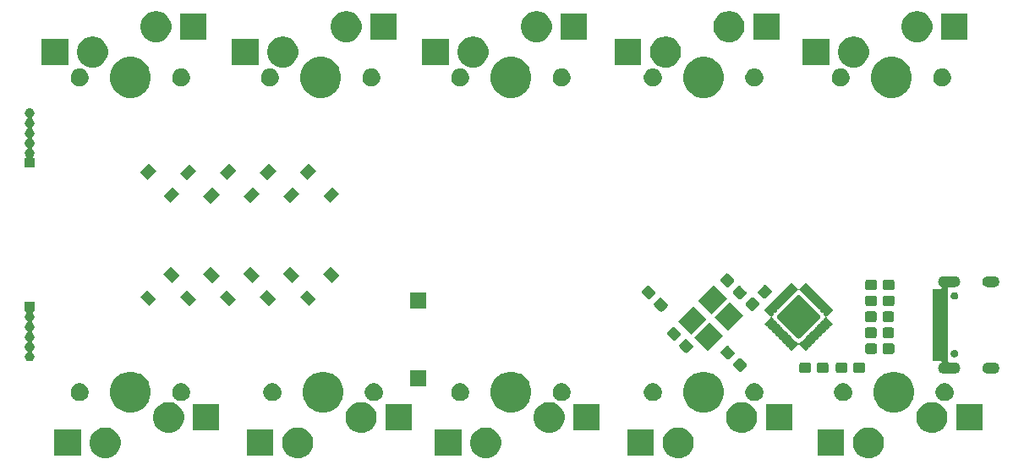
<source format=gbr>
G04 #@! TF.GenerationSoftware,KiCad,Pcbnew,(5.1.5)-3*
G04 #@! TF.CreationDate,2020-05-02T19:50:40+02:00*
G04 #@! TF.ProjectId,kyrremann,6b797272-656d-4616-9e6e-2e6b69636164,rev?*
G04 #@! TF.SameCoordinates,Original*
G04 #@! TF.FileFunction,Soldermask,Bot*
G04 #@! TF.FilePolarity,Negative*
%FSLAX46Y46*%
G04 Gerber Fmt 4.6, Leading zero omitted, Abs format (unit mm)*
G04 Created by KiCad (PCBNEW (5.1.5)-3) date 2020-05-02 19:50:40*
%MOMM*%
%LPD*%
G04 APERTURE LIST*
%ADD10C,0.100000*%
G04 APERTURE END LIST*
D10*
G36*
X64650085Y-89311356D02*
G01*
X64799910Y-89341158D01*
X65082174Y-89458075D01*
X65336205Y-89627813D01*
X65552241Y-89843849D01*
X65721979Y-90097880D01*
X65838896Y-90380144D01*
X65898500Y-90679794D01*
X65898500Y-90985314D01*
X65838896Y-91284964D01*
X65721979Y-91567228D01*
X65552241Y-91821259D01*
X65336205Y-92037295D01*
X65082174Y-92207033D01*
X64799910Y-92323950D01*
X64650085Y-92353752D01*
X64500261Y-92383554D01*
X64194739Y-92383554D01*
X64044915Y-92353752D01*
X63895090Y-92323950D01*
X63612826Y-92207033D01*
X63358795Y-92037295D01*
X63142759Y-91821259D01*
X62973021Y-91567228D01*
X62856104Y-91284964D01*
X62796500Y-90985314D01*
X62796500Y-90679794D01*
X62856104Y-90380144D01*
X62973021Y-90097880D01*
X63142759Y-89843849D01*
X63358795Y-89627813D01*
X63612826Y-89458075D01*
X63895090Y-89341158D01*
X64044915Y-89311356D01*
X64194739Y-89281554D01*
X64500261Y-89281554D01*
X64650085Y-89311356D01*
G37*
G36*
X102750085Y-89311356D02*
G01*
X102899910Y-89341158D01*
X103182174Y-89458075D01*
X103436205Y-89627813D01*
X103652241Y-89843849D01*
X103821979Y-90097880D01*
X103938896Y-90380144D01*
X103998500Y-90679794D01*
X103998500Y-90985314D01*
X103938896Y-91284964D01*
X103821979Y-91567228D01*
X103652241Y-91821259D01*
X103436205Y-92037295D01*
X103182174Y-92207033D01*
X102899910Y-92323950D01*
X102750085Y-92353752D01*
X102600261Y-92383554D01*
X102294739Y-92383554D01*
X102144915Y-92353752D01*
X101995090Y-92323950D01*
X101712826Y-92207033D01*
X101458795Y-92037295D01*
X101242759Y-91821259D01*
X101073021Y-91567228D01*
X100956104Y-91284964D01*
X100896500Y-90985314D01*
X100896500Y-90679794D01*
X100956104Y-90380144D01*
X101073021Y-90097880D01*
X101242759Y-89843849D01*
X101458795Y-89627813D01*
X101712826Y-89458075D01*
X101995090Y-89341158D01*
X102144915Y-89311356D01*
X102294739Y-89281554D01*
X102600261Y-89281554D01*
X102750085Y-89311356D01*
G37*
G36*
X122043598Y-89311356D02*
G01*
X122193423Y-89341158D01*
X122475687Y-89458075D01*
X122729718Y-89627813D01*
X122945754Y-89843849D01*
X123115492Y-90097880D01*
X123232409Y-90380144D01*
X123292013Y-90679794D01*
X123292013Y-90985314D01*
X123232409Y-91284964D01*
X123115492Y-91567228D01*
X122945754Y-91821259D01*
X122729718Y-92037295D01*
X122475687Y-92207033D01*
X122193423Y-92323950D01*
X122043598Y-92353752D01*
X121893774Y-92383554D01*
X121588252Y-92383554D01*
X121438428Y-92353752D01*
X121288603Y-92323950D01*
X121006339Y-92207033D01*
X120752308Y-92037295D01*
X120536272Y-91821259D01*
X120366534Y-91567228D01*
X120249617Y-91284964D01*
X120190013Y-90985314D01*
X120190013Y-90679794D01*
X120249617Y-90380144D01*
X120366534Y-90097880D01*
X120536272Y-89843849D01*
X120752308Y-89627813D01*
X121006339Y-89458075D01*
X121288603Y-89341158D01*
X121438428Y-89311356D01*
X121588252Y-89281554D01*
X121893774Y-89281554D01*
X122043598Y-89311356D01*
G37*
G36*
X83943598Y-89311355D02*
G01*
X84093423Y-89341157D01*
X84375687Y-89458074D01*
X84629718Y-89627812D01*
X84845754Y-89843848D01*
X85015492Y-90097879D01*
X85132409Y-90380143D01*
X85192013Y-90679793D01*
X85192013Y-90985313D01*
X85132409Y-91284963D01*
X85015492Y-91567227D01*
X84845754Y-91821258D01*
X84629718Y-92037294D01*
X84375687Y-92207032D01*
X84093423Y-92323949D01*
X83943598Y-92353751D01*
X83793774Y-92383553D01*
X83488252Y-92383553D01*
X83338428Y-92353751D01*
X83188603Y-92323949D01*
X82906339Y-92207032D01*
X82652308Y-92037294D01*
X82436272Y-91821258D01*
X82266534Y-91567227D01*
X82149617Y-91284963D01*
X82090013Y-90985313D01*
X82090013Y-90679793D01*
X82149617Y-90380143D01*
X82266534Y-90097879D01*
X82436272Y-89843848D01*
X82652308Y-89627812D01*
X82906339Y-89458074D01*
X83188603Y-89341157D01*
X83338428Y-89311355D01*
X83488252Y-89281553D01*
X83793774Y-89281553D01*
X83943598Y-89311355D01*
G37*
G36*
X141093599Y-89311355D02*
G01*
X141243424Y-89341157D01*
X141525688Y-89458074D01*
X141779719Y-89627812D01*
X141995755Y-89843848D01*
X142165493Y-90097879D01*
X142282410Y-90380143D01*
X142342014Y-90679793D01*
X142342014Y-90985313D01*
X142282410Y-91284963D01*
X142165493Y-91567227D01*
X141995755Y-91821258D01*
X141779719Y-92037294D01*
X141525688Y-92207032D01*
X141243424Y-92323949D01*
X141093599Y-92353751D01*
X140943775Y-92383553D01*
X140638253Y-92383553D01*
X140488429Y-92353751D01*
X140338604Y-92323949D01*
X140056340Y-92207032D01*
X139802309Y-92037294D01*
X139586273Y-91821258D01*
X139416535Y-91567227D01*
X139299618Y-91284963D01*
X139240014Y-90985313D01*
X139240014Y-90679793D01*
X139299618Y-90380143D01*
X139416535Y-90097879D01*
X139586273Y-89843848D01*
X139802309Y-89627812D01*
X140056340Y-89458074D01*
X140338604Y-89341157D01*
X140488429Y-89311355D01*
X140638253Y-89281553D01*
X140943775Y-89281553D01*
X141093599Y-89311355D01*
G37*
G36*
X119317013Y-92133554D02*
G01*
X116665013Y-92133554D01*
X116665013Y-89531554D01*
X119317013Y-89531554D01*
X119317013Y-92133554D01*
G37*
G36*
X61923500Y-92133554D02*
G01*
X59271500Y-92133554D01*
X59271500Y-89531554D01*
X61923500Y-89531554D01*
X61923500Y-92133554D01*
G37*
G36*
X100023500Y-92133554D02*
G01*
X97371500Y-92133554D01*
X97371500Y-89531554D01*
X100023500Y-89531554D01*
X100023500Y-92133554D01*
G37*
G36*
X138367014Y-92133553D02*
G01*
X135715014Y-92133553D01*
X135715014Y-89531553D01*
X138367014Y-89531553D01*
X138367014Y-92133553D01*
G37*
G36*
X81217013Y-92133553D02*
G01*
X78565013Y-92133553D01*
X78565013Y-89531553D01*
X81217013Y-89531553D01*
X81217013Y-92133553D01*
G37*
G36*
X109100085Y-86771356D02*
G01*
X109249910Y-86801158D01*
X109532174Y-86918075D01*
X109786205Y-87087813D01*
X110002241Y-87303849D01*
X110171979Y-87557880D01*
X110288896Y-87840144D01*
X110348500Y-88139794D01*
X110348500Y-88445314D01*
X110288896Y-88744964D01*
X110171979Y-89027228D01*
X110002241Y-89281259D01*
X109786205Y-89497295D01*
X109532174Y-89667033D01*
X109249910Y-89783950D01*
X109100085Y-89813752D01*
X108950261Y-89843554D01*
X108644739Y-89843554D01*
X108494915Y-89813752D01*
X108345090Y-89783950D01*
X108062826Y-89667033D01*
X107808795Y-89497295D01*
X107592759Y-89281259D01*
X107423021Y-89027228D01*
X107306104Y-88744964D01*
X107246500Y-88445314D01*
X107246500Y-88139794D01*
X107306104Y-87840144D01*
X107423021Y-87557880D01*
X107592759Y-87303849D01*
X107808795Y-87087813D01*
X108062826Y-86918075D01*
X108345090Y-86801158D01*
X108494915Y-86771356D01*
X108644739Y-86741554D01*
X108950261Y-86741554D01*
X109100085Y-86771356D01*
G37*
G36*
X71000085Y-86771356D02*
G01*
X71149910Y-86801158D01*
X71432174Y-86918075D01*
X71686205Y-87087813D01*
X71902241Y-87303849D01*
X72071979Y-87557880D01*
X72188896Y-87840144D01*
X72248500Y-88139794D01*
X72248500Y-88445314D01*
X72188896Y-88744964D01*
X72071979Y-89027228D01*
X71902241Y-89281259D01*
X71686205Y-89497295D01*
X71432174Y-89667033D01*
X71149910Y-89783950D01*
X71000085Y-89813752D01*
X70850261Y-89843554D01*
X70544739Y-89843554D01*
X70394915Y-89813752D01*
X70245090Y-89783950D01*
X69962826Y-89667033D01*
X69708795Y-89497295D01*
X69492759Y-89281259D01*
X69323021Y-89027228D01*
X69206104Y-88744964D01*
X69146500Y-88445314D01*
X69146500Y-88139794D01*
X69206104Y-87840144D01*
X69323021Y-87557880D01*
X69492759Y-87303849D01*
X69708795Y-87087813D01*
X69962826Y-86918075D01*
X70245090Y-86801158D01*
X70394915Y-86771356D01*
X70544739Y-86741554D01*
X70850261Y-86741554D01*
X71000085Y-86771356D01*
G37*
G36*
X128393598Y-86771356D02*
G01*
X128543423Y-86801158D01*
X128825687Y-86918075D01*
X129079718Y-87087813D01*
X129295754Y-87303849D01*
X129465492Y-87557880D01*
X129582409Y-87840144D01*
X129642013Y-88139794D01*
X129642013Y-88445314D01*
X129582409Y-88744964D01*
X129465492Y-89027228D01*
X129295754Y-89281259D01*
X129079718Y-89497295D01*
X128825687Y-89667033D01*
X128543423Y-89783950D01*
X128393598Y-89813752D01*
X128243774Y-89843554D01*
X127938252Y-89843554D01*
X127788428Y-89813752D01*
X127638603Y-89783950D01*
X127356339Y-89667033D01*
X127102308Y-89497295D01*
X126886272Y-89281259D01*
X126716534Y-89027228D01*
X126599617Y-88744964D01*
X126540013Y-88445314D01*
X126540013Y-88139794D01*
X126599617Y-87840144D01*
X126716534Y-87557880D01*
X126886272Y-87303849D01*
X127102308Y-87087813D01*
X127356339Y-86918075D01*
X127638603Y-86801158D01*
X127788428Y-86771356D01*
X127938252Y-86741554D01*
X128243774Y-86741554D01*
X128393598Y-86771356D01*
G37*
G36*
X90293598Y-86771355D02*
G01*
X90443423Y-86801157D01*
X90725687Y-86918074D01*
X90979718Y-87087812D01*
X91195754Y-87303848D01*
X91365492Y-87557879D01*
X91482409Y-87840143D01*
X91542013Y-88139793D01*
X91542013Y-88445313D01*
X91482409Y-88744963D01*
X91365492Y-89027227D01*
X91195754Y-89281258D01*
X90979718Y-89497294D01*
X90725687Y-89667032D01*
X90443423Y-89783949D01*
X90293598Y-89813751D01*
X90143774Y-89843553D01*
X89838252Y-89843553D01*
X89688428Y-89813751D01*
X89538603Y-89783949D01*
X89256339Y-89667032D01*
X89002308Y-89497294D01*
X88786272Y-89281258D01*
X88616534Y-89027227D01*
X88499617Y-88744963D01*
X88440013Y-88445313D01*
X88440013Y-88139793D01*
X88499617Y-87840143D01*
X88616534Y-87557879D01*
X88786272Y-87303848D01*
X89002308Y-87087812D01*
X89256339Y-86918074D01*
X89538603Y-86801157D01*
X89688428Y-86771355D01*
X89838252Y-86741553D01*
X90143774Y-86741553D01*
X90293598Y-86771355D01*
G37*
G36*
X147443599Y-86771355D02*
G01*
X147593424Y-86801157D01*
X147875688Y-86918074D01*
X148129719Y-87087812D01*
X148345755Y-87303848D01*
X148515493Y-87557879D01*
X148632410Y-87840143D01*
X148692014Y-88139793D01*
X148692014Y-88445313D01*
X148632410Y-88744963D01*
X148515493Y-89027227D01*
X148345755Y-89281258D01*
X148129719Y-89497294D01*
X147875688Y-89667032D01*
X147593424Y-89783949D01*
X147443599Y-89813751D01*
X147293775Y-89843553D01*
X146988253Y-89843553D01*
X146838429Y-89813751D01*
X146688604Y-89783949D01*
X146406340Y-89667032D01*
X146152309Y-89497294D01*
X145936273Y-89281258D01*
X145766535Y-89027227D01*
X145649618Y-88744963D01*
X145590014Y-88445313D01*
X145590014Y-88139793D01*
X145649618Y-87840143D01*
X145766535Y-87557879D01*
X145936273Y-87303848D01*
X146152309Y-87087812D01*
X146406340Y-86918074D01*
X146688604Y-86801157D01*
X146838429Y-86771355D01*
X146988253Y-86741553D01*
X147293775Y-86741553D01*
X147443599Y-86771355D01*
G37*
G36*
X75773500Y-89593554D02*
G01*
X73121500Y-89593554D01*
X73121500Y-86991554D01*
X75773500Y-86991554D01*
X75773500Y-89593554D01*
G37*
G36*
X113873500Y-89593554D02*
G01*
X111221500Y-89593554D01*
X111221500Y-86991554D01*
X113873500Y-86991554D01*
X113873500Y-89593554D01*
G37*
G36*
X133167013Y-89593554D02*
G01*
X130515013Y-89593554D01*
X130515013Y-86991554D01*
X133167013Y-86991554D01*
X133167013Y-89593554D01*
G37*
G36*
X152217014Y-89593553D02*
G01*
X149565014Y-89593553D01*
X149565014Y-86991553D01*
X152217014Y-86991553D01*
X152217014Y-89593553D01*
G37*
G36*
X95067013Y-89593553D02*
G01*
X92415013Y-89593553D01*
X92415013Y-86991553D01*
X95067013Y-86991553D01*
X95067013Y-89593553D01*
G37*
G36*
X105583974Y-83786238D02*
G01*
X105769359Y-83863027D01*
X105956123Y-83940387D01*
X106291048Y-84164177D01*
X106575877Y-84449006D01*
X106799667Y-84783931D01*
X106863517Y-84938080D01*
X106953816Y-85156080D01*
X107032400Y-85551148D01*
X107032400Y-85953960D01*
X106953816Y-86349028D01*
X106869822Y-86551806D01*
X106799667Y-86721177D01*
X106575877Y-87056102D01*
X106291048Y-87340931D01*
X105956123Y-87564721D01*
X105801974Y-87628571D01*
X105583974Y-87718870D01*
X105188906Y-87797454D01*
X104786094Y-87797454D01*
X104391026Y-87718870D01*
X104173026Y-87628571D01*
X104018877Y-87564721D01*
X103683952Y-87340931D01*
X103399123Y-87056102D01*
X103175333Y-86721177D01*
X103105178Y-86551806D01*
X103021184Y-86349028D01*
X102942600Y-85953960D01*
X102942600Y-85551148D01*
X103021184Y-85156080D01*
X103111483Y-84938080D01*
X103175333Y-84783931D01*
X103399123Y-84449006D01*
X103683952Y-84164177D01*
X104018877Y-83940387D01*
X104205641Y-83863027D01*
X104391026Y-83786238D01*
X104786094Y-83707654D01*
X105188906Y-83707654D01*
X105583974Y-83786238D01*
G37*
G36*
X124877487Y-83786238D02*
G01*
X125062872Y-83863027D01*
X125249636Y-83940387D01*
X125584561Y-84164177D01*
X125869390Y-84449006D01*
X126093180Y-84783931D01*
X126157030Y-84938080D01*
X126247329Y-85156080D01*
X126325913Y-85551148D01*
X126325913Y-85953960D01*
X126247329Y-86349028D01*
X126163335Y-86551806D01*
X126093180Y-86721177D01*
X125869390Y-87056102D01*
X125584561Y-87340931D01*
X125249636Y-87564721D01*
X125095487Y-87628571D01*
X124877487Y-87718870D01*
X124482419Y-87797454D01*
X124079607Y-87797454D01*
X123684539Y-87718870D01*
X123466539Y-87628571D01*
X123312390Y-87564721D01*
X122977465Y-87340931D01*
X122692636Y-87056102D01*
X122468846Y-86721177D01*
X122398691Y-86551806D01*
X122314697Y-86349028D01*
X122236113Y-85953960D01*
X122236113Y-85551148D01*
X122314697Y-85156080D01*
X122404996Y-84938080D01*
X122468846Y-84783931D01*
X122692636Y-84449006D01*
X122977465Y-84164177D01*
X123312390Y-83940387D01*
X123499154Y-83863027D01*
X123684539Y-83786238D01*
X124079607Y-83707654D01*
X124482419Y-83707654D01*
X124877487Y-83786238D01*
G37*
G36*
X67483974Y-83786238D02*
G01*
X67669359Y-83863027D01*
X67856123Y-83940387D01*
X68191048Y-84164177D01*
X68475877Y-84449006D01*
X68699667Y-84783931D01*
X68763517Y-84938080D01*
X68853816Y-85156080D01*
X68932400Y-85551148D01*
X68932400Y-85953960D01*
X68853816Y-86349028D01*
X68769822Y-86551806D01*
X68699667Y-86721177D01*
X68475877Y-87056102D01*
X68191048Y-87340931D01*
X67856123Y-87564721D01*
X67701974Y-87628571D01*
X67483974Y-87718870D01*
X67088906Y-87797454D01*
X66686094Y-87797454D01*
X66291026Y-87718870D01*
X66073026Y-87628571D01*
X65918877Y-87564721D01*
X65583952Y-87340931D01*
X65299123Y-87056102D01*
X65075333Y-86721177D01*
X65005178Y-86551806D01*
X64921184Y-86349028D01*
X64842600Y-85953960D01*
X64842600Y-85551148D01*
X64921184Y-85156080D01*
X65011483Y-84938080D01*
X65075333Y-84783931D01*
X65299123Y-84449006D01*
X65583952Y-84164177D01*
X65918877Y-83940387D01*
X66105641Y-83863027D01*
X66291026Y-83786238D01*
X66686094Y-83707654D01*
X67088906Y-83707654D01*
X67483974Y-83786238D01*
G37*
G36*
X143927488Y-83786237D02*
G01*
X144112875Y-83863027D01*
X144299637Y-83940386D01*
X144634562Y-84164176D01*
X144919391Y-84449005D01*
X145143181Y-84783930D01*
X145185175Y-84885313D01*
X145297330Y-85156079D01*
X145375914Y-85551147D01*
X145375914Y-85953959D01*
X145297330Y-86349027D01*
X145254218Y-86453108D01*
X145143181Y-86721176D01*
X144919391Y-87056101D01*
X144634562Y-87340930D01*
X144299637Y-87564720D01*
X144145488Y-87628570D01*
X143927488Y-87718869D01*
X143532420Y-87797453D01*
X143129608Y-87797453D01*
X142734540Y-87718869D01*
X142516540Y-87628570D01*
X142362391Y-87564720D01*
X142027466Y-87340930D01*
X141742637Y-87056101D01*
X141518847Y-86721176D01*
X141407810Y-86453108D01*
X141364698Y-86349027D01*
X141286114Y-85953959D01*
X141286114Y-85551147D01*
X141364698Y-85156079D01*
X141476853Y-84885313D01*
X141518847Y-84783930D01*
X141742637Y-84449005D01*
X142027466Y-84164176D01*
X142362391Y-83940386D01*
X142549153Y-83863027D01*
X142734540Y-83786237D01*
X143129608Y-83707653D01*
X143532420Y-83707653D01*
X143927488Y-83786237D01*
G37*
G36*
X86777487Y-83786237D02*
G01*
X86962874Y-83863027D01*
X87149636Y-83940386D01*
X87484561Y-84164176D01*
X87769390Y-84449005D01*
X87993180Y-84783930D01*
X88035174Y-84885313D01*
X88147329Y-85156079D01*
X88225913Y-85551147D01*
X88225913Y-85953959D01*
X88147329Y-86349027D01*
X88104217Y-86453108D01*
X87993180Y-86721176D01*
X87769390Y-87056101D01*
X87484561Y-87340930D01*
X87149636Y-87564720D01*
X86995487Y-87628570D01*
X86777487Y-87718869D01*
X86382419Y-87797453D01*
X85979607Y-87797453D01*
X85584539Y-87718869D01*
X85366539Y-87628570D01*
X85212390Y-87564720D01*
X84877465Y-87340930D01*
X84592636Y-87056101D01*
X84368846Y-86721176D01*
X84257809Y-86453108D01*
X84214697Y-86349027D01*
X84136113Y-85953959D01*
X84136113Y-85551147D01*
X84214697Y-85156079D01*
X84326852Y-84885313D01*
X84368846Y-84783930D01*
X84592636Y-84449005D01*
X84877465Y-84164176D01*
X85212390Y-83940386D01*
X85399152Y-83863027D01*
X85584539Y-83786237D01*
X85979607Y-83707653D01*
X86382419Y-83707653D01*
X86777487Y-83786237D01*
G37*
G36*
X72143452Y-84867983D02*
G01*
X72230575Y-84885313D01*
X72339998Y-84930638D01*
X72394711Y-84953301D01*
X72541433Y-85051337D01*
X72542428Y-85052002D01*
X72668052Y-85177626D01*
X72668053Y-85177628D01*
X72668054Y-85177629D01*
X72766753Y-85325343D01*
X72766753Y-85325344D01*
X72834741Y-85489479D01*
X72834741Y-85489481D01*
X72869400Y-85663722D01*
X72869400Y-85841383D01*
X72834741Y-86015629D01*
X72789416Y-86125052D01*
X72766753Y-86179765D01*
X72668717Y-86326487D01*
X72668052Y-86327482D01*
X72542428Y-86453106D01*
X72542425Y-86453108D01*
X72394711Y-86551807D01*
X72339998Y-86574470D01*
X72230575Y-86619795D01*
X72143452Y-86637125D01*
X72056331Y-86654454D01*
X71878669Y-86654454D01*
X71791548Y-86637125D01*
X71704425Y-86619795D01*
X71595002Y-86574470D01*
X71540289Y-86551807D01*
X71392575Y-86453108D01*
X71392572Y-86453106D01*
X71266948Y-86327482D01*
X71266283Y-86326487D01*
X71168247Y-86179765D01*
X71145584Y-86125052D01*
X71100259Y-86015629D01*
X71065600Y-85841383D01*
X71065600Y-85663725D01*
X71065601Y-85663722D01*
X71100259Y-85489481D01*
X71100259Y-85489479D01*
X71168247Y-85325344D01*
X71168247Y-85325343D01*
X71266946Y-85177629D01*
X71266947Y-85177628D01*
X71266948Y-85177626D01*
X71392572Y-85052002D01*
X71393567Y-85051337D01*
X71540289Y-84953301D01*
X71595002Y-84930638D01*
X71704425Y-84885313D01*
X71791548Y-84867983D01*
X71878669Y-84850654D01*
X72056331Y-84850654D01*
X72143452Y-84867983D01*
G37*
G36*
X61983452Y-84867983D02*
G01*
X62070575Y-84885313D01*
X62179998Y-84930638D01*
X62234711Y-84953301D01*
X62381433Y-85051337D01*
X62382428Y-85052002D01*
X62508052Y-85177626D01*
X62508053Y-85177628D01*
X62508054Y-85177629D01*
X62606753Y-85325343D01*
X62606753Y-85325344D01*
X62674741Y-85489479D01*
X62674741Y-85489481D01*
X62709400Y-85663722D01*
X62709400Y-85841383D01*
X62674741Y-86015629D01*
X62629416Y-86125052D01*
X62606753Y-86179765D01*
X62508717Y-86326487D01*
X62508052Y-86327482D01*
X62382428Y-86453106D01*
X62382425Y-86453108D01*
X62234711Y-86551807D01*
X62179998Y-86574470D01*
X62070575Y-86619795D01*
X61983452Y-86637125D01*
X61896331Y-86654454D01*
X61718669Y-86654454D01*
X61631548Y-86637125D01*
X61544425Y-86619795D01*
X61435002Y-86574470D01*
X61380289Y-86551807D01*
X61232575Y-86453108D01*
X61232572Y-86453106D01*
X61106948Y-86327482D01*
X61106283Y-86326487D01*
X61008247Y-86179765D01*
X60985584Y-86125052D01*
X60940259Y-86015629D01*
X60905600Y-85841383D01*
X60905600Y-85663725D01*
X60905601Y-85663722D01*
X60940259Y-85489481D01*
X60940259Y-85489479D01*
X61008247Y-85325344D01*
X61008247Y-85325343D01*
X61106946Y-85177629D01*
X61106947Y-85177628D01*
X61106948Y-85177626D01*
X61232572Y-85052002D01*
X61233567Y-85051337D01*
X61380289Y-84953301D01*
X61435002Y-84930638D01*
X61544425Y-84885313D01*
X61631548Y-84867983D01*
X61718669Y-84850654D01*
X61896331Y-84850654D01*
X61983452Y-84867983D01*
G37*
G36*
X100083452Y-84867983D02*
G01*
X100170575Y-84885313D01*
X100279998Y-84930638D01*
X100334711Y-84953301D01*
X100481433Y-85051337D01*
X100482428Y-85052002D01*
X100608052Y-85177626D01*
X100608053Y-85177628D01*
X100608054Y-85177629D01*
X100706753Y-85325343D01*
X100706753Y-85325344D01*
X100774741Y-85489479D01*
X100774741Y-85489481D01*
X100809400Y-85663722D01*
X100809400Y-85841383D01*
X100774741Y-86015629D01*
X100729416Y-86125052D01*
X100706753Y-86179765D01*
X100608717Y-86326487D01*
X100608052Y-86327482D01*
X100482428Y-86453106D01*
X100482425Y-86453108D01*
X100334711Y-86551807D01*
X100279998Y-86574470D01*
X100170575Y-86619795D01*
X100083452Y-86637125D01*
X99996331Y-86654454D01*
X99818669Y-86654454D01*
X99731548Y-86637125D01*
X99644425Y-86619795D01*
X99535002Y-86574470D01*
X99480289Y-86551807D01*
X99332575Y-86453108D01*
X99332572Y-86453106D01*
X99206948Y-86327482D01*
X99206283Y-86326487D01*
X99108247Y-86179765D01*
X99085584Y-86125052D01*
X99040259Y-86015629D01*
X99005600Y-85841383D01*
X99005600Y-85663725D01*
X99005601Y-85663722D01*
X99040259Y-85489481D01*
X99040259Y-85489479D01*
X99108247Y-85325344D01*
X99108247Y-85325343D01*
X99206946Y-85177629D01*
X99206947Y-85177628D01*
X99206948Y-85177626D01*
X99332572Y-85052002D01*
X99333567Y-85051337D01*
X99480289Y-84953301D01*
X99535002Y-84930638D01*
X99644425Y-84885313D01*
X99731548Y-84867983D01*
X99818669Y-84850654D01*
X99996331Y-84850654D01*
X100083452Y-84867983D01*
G37*
G36*
X110243452Y-84867983D02*
G01*
X110330575Y-84885313D01*
X110439998Y-84930638D01*
X110494711Y-84953301D01*
X110641433Y-85051337D01*
X110642428Y-85052002D01*
X110768052Y-85177626D01*
X110768053Y-85177628D01*
X110768054Y-85177629D01*
X110866753Y-85325343D01*
X110866753Y-85325344D01*
X110934741Y-85489479D01*
X110934741Y-85489481D01*
X110969400Y-85663722D01*
X110969400Y-85841383D01*
X110934741Y-86015629D01*
X110889416Y-86125052D01*
X110866753Y-86179765D01*
X110768717Y-86326487D01*
X110768052Y-86327482D01*
X110642428Y-86453106D01*
X110642425Y-86453108D01*
X110494711Y-86551807D01*
X110439998Y-86574470D01*
X110330575Y-86619795D01*
X110243452Y-86637124D01*
X110156331Y-86654454D01*
X109978669Y-86654454D01*
X109891548Y-86637125D01*
X109804425Y-86619795D01*
X109695002Y-86574470D01*
X109640289Y-86551807D01*
X109492575Y-86453108D01*
X109492572Y-86453106D01*
X109366948Y-86327482D01*
X109366283Y-86326487D01*
X109268247Y-86179765D01*
X109245584Y-86125052D01*
X109200259Y-86015629D01*
X109165600Y-85841383D01*
X109165600Y-85663725D01*
X109165601Y-85663722D01*
X109200259Y-85489481D01*
X109200259Y-85489479D01*
X109268247Y-85325344D01*
X109268247Y-85325343D01*
X109366946Y-85177629D01*
X109366947Y-85177628D01*
X109366948Y-85177626D01*
X109492572Y-85052002D01*
X109493567Y-85051337D01*
X109640289Y-84953301D01*
X109695002Y-84930638D01*
X109804425Y-84885313D01*
X109891548Y-84867983D01*
X109978669Y-84850654D01*
X110156331Y-84850654D01*
X110243452Y-84867983D01*
G37*
G36*
X119376965Y-84867983D02*
G01*
X119464088Y-84885313D01*
X119573511Y-84930638D01*
X119628224Y-84953301D01*
X119774946Y-85051337D01*
X119775941Y-85052002D01*
X119901565Y-85177626D01*
X119901566Y-85177628D01*
X119901567Y-85177629D01*
X120000266Y-85325343D01*
X120000266Y-85325344D01*
X120068254Y-85489479D01*
X120068254Y-85489481D01*
X120102913Y-85663722D01*
X120102913Y-85841383D01*
X120068254Y-86015629D01*
X120022929Y-86125052D01*
X120000266Y-86179765D01*
X119902230Y-86326487D01*
X119901565Y-86327482D01*
X119775941Y-86453106D01*
X119775938Y-86453108D01*
X119628224Y-86551807D01*
X119573511Y-86574470D01*
X119464088Y-86619795D01*
X119376965Y-86637124D01*
X119289844Y-86654454D01*
X119112182Y-86654454D01*
X119025061Y-86637125D01*
X118937938Y-86619795D01*
X118828515Y-86574470D01*
X118773802Y-86551807D01*
X118626088Y-86453108D01*
X118626085Y-86453106D01*
X118500461Y-86327482D01*
X118499796Y-86326487D01*
X118401760Y-86179765D01*
X118379097Y-86125052D01*
X118333772Y-86015629D01*
X118299113Y-85841383D01*
X118299113Y-85663725D01*
X118299114Y-85663722D01*
X118333772Y-85489481D01*
X118333772Y-85489479D01*
X118401760Y-85325344D01*
X118401760Y-85325343D01*
X118500459Y-85177629D01*
X118500460Y-85177628D01*
X118500461Y-85177626D01*
X118626085Y-85052002D01*
X118627080Y-85051337D01*
X118773802Y-84953301D01*
X118828515Y-84930638D01*
X118937938Y-84885313D01*
X119025061Y-84867984D01*
X119112182Y-84850654D01*
X119289844Y-84850654D01*
X119376965Y-84867983D01*
G37*
G36*
X129536965Y-84867983D02*
G01*
X129624088Y-84885313D01*
X129733511Y-84930638D01*
X129788224Y-84953301D01*
X129934946Y-85051337D01*
X129935941Y-85052002D01*
X130061565Y-85177626D01*
X130061566Y-85177628D01*
X130061567Y-85177629D01*
X130160266Y-85325343D01*
X130160266Y-85325344D01*
X130228254Y-85489479D01*
X130228254Y-85489481D01*
X130262913Y-85663722D01*
X130262913Y-85841383D01*
X130228254Y-86015629D01*
X130182929Y-86125052D01*
X130160266Y-86179765D01*
X130062230Y-86326487D01*
X130061565Y-86327482D01*
X129935941Y-86453106D01*
X129935938Y-86453108D01*
X129788224Y-86551807D01*
X129733511Y-86574470D01*
X129624088Y-86619795D01*
X129536965Y-86637124D01*
X129449844Y-86654454D01*
X129272182Y-86654454D01*
X129185061Y-86637125D01*
X129097938Y-86619795D01*
X128988515Y-86574470D01*
X128933802Y-86551807D01*
X128786088Y-86453108D01*
X128786085Y-86453106D01*
X128660461Y-86327482D01*
X128659796Y-86326487D01*
X128561760Y-86179765D01*
X128539097Y-86125052D01*
X128493772Y-86015629D01*
X128459113Y-85841383D01*
X128459113Y-85663725D01*
X128459114Y-85663722D01*
X128493772Y-85489481D01*
X128493772Y-85489479D01*
X128561760Y-85325344D01*
X128561760Y-85325343D01*
X128660459Y-85177629D01*
X128660460Y-85177628D01*
X128660461Y-85177626D01*
X128786085Y-85052002D01*
X128787080Y-85051337D01*
X128933802Y-84953301D01*
X128988515Y-84930638D01*
X129097938Y-84885313D01*
X129185061Y-84867984D01*
X129272182Y-84850654D01*
X129449844Y-84850654D01*
X129536965Y-84867983D01*
G37*
G36*
X148586966Y-84867982D02*
G01*
X148674089Y-84885312D01*
X148783512Y-84930637D01*
X148838225Y-84953300D01*
X148984947Y-85051336D01*
X148985942Y-85052001D01*
X149111566Y-85177625D01*
X149111568Y-85177628D01*
X149210267Y-85325342D01*
X149232930Y-85380055D01*
X149278255Y-85489478D01*
X149290521Y-85551147D01*
X149312914Y-85663722D01*
X149312914Y-85841384D01*
X149295584Y-85928505D01*
X149278255Y-86015628D01*
X149232930Y-86125051D01*
X149210267Y-86179764D01*
X149210266Y-86179765D01*
X149111566Y-86327481D01*
X148985942Y-86453105D01*
X148985939Y-86453107D01*
X148838225Y-86551806D01*
X148783512Y-86574469D01*
X148674089Y-86619794D01*
X148586966Y-86637124D01*
X148499845Y-86654453D01*
X148322183Y-86654453D01*
X148235062Y-86637124D01*
X148147939Y-86619794D01*
X148038516Y-86574469D01*
X147983803Y-86551806D01*
X147836089Y-86453107D01*
X147836086Y-86453105D01*
X147710462Y-86327481D01*
X147611762Y-86179765D01*
X147611761Y-86179764D01*
X147589098Y-86125051D01*
X147543773Y-86015628D01*
X147526443Y-85928505D01*
X147509114Y-85841384D01*
X147509114Y-85663722D01*
X147531507Y-85551147D01*
X147543773Y-85489478D01*
X147589098Y-85380055D01*
X147611761Y-85325342D01*
X147710460Y-85177628D01*
X147710462Y-85177625D01*
X147836086Y-85052001D01*
X147837081Y-85051336D01*
X147983803Y-84953300D01*
X148038516Y-84930637D01*
X148147939Y-84885312D01*
X148235062Y-84867982D01*
X148322183Y-84850653D01*
X148499845Y-84850653D01*
X148586966Y-84867982D01*
G37*
G36*
X91436965Y-84867982D02*
G01*
X91524088Y-84885312D01*
X91633511Y-84930637D01*
X91688224Y-84953300D01*
X91834946Y-85051336D01*
X91835941Y-85052001D01*
X91961565Y-85177625D01*
X91961567Y-85177628D01*
X92060266Y-85325342D01*
X92082929Y-85380055D01*
X92128254Y-85489478D01*
X92140520Y-85551147D01*
X92162913Y-85663722D01*
X92162913Y-85841384D01*
X92145584Y-85928505D01*
X92128254Y-86015628D01*
X92082929Y-86125051D01*
X92060266Y-86179764D01*
X92060265Y-86179765D01*
X91961565Y-86327481D01*
X91835941Y-86453105D01*
X91835938Y-86453107D01*
X91688224Y-86551806D01*
X91633511Y-86574469D01*
X91524088Y-86619794D01*
X91436965Y-86637124D01*
X91349844Y-86654453D01*
X91172182Y-86654453D01*
X91085061Y-86637124D01*
X90997938Y-86619794D01*
X90888515Y-86574469D01*
X90833802Y-86551806D01*
X90686088Y-86453107D01*
X90686085Y-86453105D01*
X90560461Y-86327481D01*
X90461761Y-86179765D01*
X90461760Y-86179764D01*
X90439097Y-86125051D01*
X90393772Y-86015628D01*
X90376442Y-85928505D01*
X90359113Y-85841384D01*
X90359113Y-85663722D01*
X90381506Y-85551147D01*
X90393772Y-85489478D01*
X90439097Y-85380055D01*
X90461760Y-85325342D01*
X90560459Y-85177628D01*
X90560461Y-85177625D01*
X90686085Y-85052001D01*
X90687080Y-85051336D01*
X90833802Y-84953300D01*
X90888515Y-84930637D01*
X90997938Y-84885312D01*
X91085061Y-84867982D01*
X91172182Y-84850653D01*
X91349844Y-84850653D01*
X91436965Y-84867982D01*
G37*
G36*
X81276965Y-84867982D02*
G01*
X81364088Y-84885312D01*
X81473511Y-84930637D01*
X81528224Y-84953300D01*
X81674946Y-85051336D01*
X81675941Y-85052001D01*
X81801565Y-85177625D01*
X81801567Y-85177628D01*
X81900266Y-85325342D01*
X81922929Y-85380055D01*
X81968254Y-85489478D01*
X81980520Y-85551147D01*
X82002913Y-85663722D01*
X82002913Y-85841384D01*
X81985584Y-85928505D01*
X81968254Y-86015628D01*
X81922929Y-86125051D01*
X81900266Y-86179764D01*
X81900265Y-86179765D01*
X81801565Y-86327481D01*
X81675941Y-86453105D01*
X81675938Y-86453107D01*
X81528224Y-86551806D01*
X81473511Y-86574469D01*
X81364088Y-86619794D01*
X81276965Y-86637124D01*
X81189844Y-86654453D01*
X81012182Y-86654453D01*
X80925061Y-86637124D01*
X80837938Y-86619794D01*
X80728515Y-86574469D01*
X80673802Y-86551806D01*
X80526088Y-86453107D01*
X80526085Y-86453105D01*
X80400461Y-86327481D01*
X80301761Y-86179765D01*
X80301760Y-86179764D01*
X80279097Y-86125051D01*
X80233772Y-86015628D01*
X80216442Y-85928505D01*
X80199113Y-85841384D01*
X80199113Y-85663722D01*
X80221506Y-85551147D01*
X80233772Y-85489478D01*
X80279097Y-85380055D01*
X80301760Y-85325342D01*
X80400459Y-85177628D01*
X80400461Y-85177625D01*
X80526085Y-85052001D01*
X80527080Y-85051336D01*
X80673802Y-84953300D01*
X80728515Y-84930637D01*
X80837938Y-84885312D01*
X80925061Y-84867982D01*
X81012182Y-84850653D01*
X81189844Y-84850653D01*
X81276965Y-84867982D01*
G37*
G36*
X138426966Y-84867982D02*
G01*
X138514089Y-84885312D01*
X138623512Y-84930637D01*
X138678225Y-84953300D01*
X138824947Y-85051336D01*
X138825942Y-85052001D01*
X138951566Y-85177625D01*
X138951568Y-85177628D01*
X139050267Y-85325342D01*
X139072930Y-85380055D01*
X139118255Y-85489478D01*
X139130521Y-85551147D01*
X139152914Y-85663722D01*
X139152914Y-85841384D01*
X139135584Y-85928505D01*
X139118255Y-86015628D01*
X139072930Y-86125051D01*
X139050267Y-86179764D01*
X139050266Y-86179765D01*
X138951566Y-86327481D01*
X138825942Y-86453105D01*
X138825939Y-86453107D01*
X138678225Y-86551806D01*
X138623512Y-86574469D01*
X138514089Y-86619794D01*
X138426966Y-86637124D01*
X138339845Y-86654453D01*
X138162183Y-86654453D01*
X138075062Y-86637124D01*
X137987939Y-86619794D01*
X137878516Y-86574469D01*
X137823803Y-86551806D01*
X137676089Y-86453107D01*
X137676086Y-86453105D01*
X137550462Y-86327481D01*
X137451762Y-86179765D01*
X137451761Y-86179764D01*
X137429098Y-86125051D01*
X137383773Y-86015628D01*
X137366443Y-85928505D01*
X137349114Y-85841384D01*
X137349114Y-85663722D01*
X137371507Y-85551147D01*
X137383773Y-85489478D01*
X137429098Y-85380055D01*
X137451761Y-85325342D01*
X137550460Y-85177628D01*
X137550462Y-85177625D01*
X137676086Y-85052001D01*
X137677081Y-85051336D01*
X137823803Y-84953300D01*
X137878516Y-84930637D01*
X137987939Y-84885312D01*
X138075062Y-84867982D01*
X138162183Y-84850653D01*
X138339845Y-84850653D01*
X138426966Y-84867982D01*
G37*
G36*
X96501000Y-85200999D02*
G01*
X94899000Y-85200999D01*
X94899000Y-83598999D01*
X96501000Y-83598999D01*
X96501000Y-85200999D01*
G37*
G36*
X149528015Y-74136973D02*
G01*
X149631879Y-74168479D01*
X149659055Y-74183005D01*
X149727600Y-74219643D01*
X149811501Y-74288499D01*
X149880357Y-74372400D01*
X149916995Y-74440945D01*
X149931521Y-74468121D01*
X149963027Y-74571985D01*
X149973666Y-74680000D01*
X149963027Y-74788015D01*
X149931521Y-74891879D01*
X149931519Y-74891882D01*
X149880357Y-74987600D01*
X149811501Y-75071501D01*
X149727600Y-75140357D01*
X149677967Y-75166886D01*
X149631879Y-75191521D01*
X149528015Y-75223027D01*
X149447067Y-75231000D01*
X148855999Y-75231000D01*
X148831613Y-75233402D01*
X148808164Y-75240515D01*
X148786553Y-75252066D01*
X148767611Y-75267611D01*
X148752066Y-75286553D01*
X148740515Y-75308164D01*
X148733402Y-75331613D01*
X148731000Y-75355999D01*
X148731000Y-82644001D01*
X148733402Y-82668387D01*
X148740515Y-82691836D01*
X148752066Y-82713447D01*
X148767611Y-82732389D01*
X148786553Y-82747934D01*
X148808164Y-82759485D01*
X148831613Y-82766598D01*
X148855999Y-82769000D01*
X149447067Y-82769000D01*
X149528015Y-82776973D01*
X149631879Y-82808479D01*
X149646159Y-82816112D01*
X149727600Y-82859643D01*
X149811501Y-82928499D01*
X149880357Y-83012400D01*
X149902266Y-83053390D01*
X149931521Y-83108121D01*
X149963027Y-83211985D01*
X149973666Y-83320000D01*
X149963027Y-83428015D01*
X149931521Y-83531879D01*
X149931519Y-83531882D01*
X149880357Y-83627600D01*
X149811501Y-83711501D01*
X149727600Y-83780357D01*
X149659055Y-83816995D01*
X149631879Y-83831521D01*
X149528015Y-83863027D01*
X149447067Y-83871000D01*
X148292933Y-83871000D01*
X148211985Y-83863027D01*
X148108121Y-83831521D01*
X148080945Y-83816995D01*
X148012400Y-83780357D01*
X147928499Y-83711501D01*
X147859643Y-83627600D01*
X147808481Y-83531882D01*
X147808479Y-83531879D01*
X147776973Y-83428015D01*
X147766334Y-83320000D01*
X147776973Y-83211985D01*
X147808479Y-83108121D01*
X147837734Y-83053390D01*
X147859643Y-83012400D01*
X147928499Y-82928499D01*
X147961477Y-82901435D01*
X148012400Y-82859644D01*
X148056193Y-82836236D01*
X148076563Y-82822625D01*
X148093890Y-82805298D01*
X148107504Y-82784924D01*
X148116881Y-82762285D01*
X148121662Y-82738252D01*
X148121662Y-82713748D01*
X148116882Y-82689714D01*
X148107505Y-82667076D01*
X148093891Y-82646701D01*
X148076564Y-82629374D01*
X148056190Y-82615760D01*
X148033551Y-82606383D01*
X148009518Y-82601602D01*
X147997265Y-82601000D01*
X147179000Y-82601000D01*
X147179000Y-75399000D01*
X147997265Y-75399000D01*
X148021651Y-75396598D01*
X148045100Y-75389485D01*
X148066711Y-75377934D01*
X148085653Y-75362389D01*
X148101198Y-75343447D01*
X148112749Y-75321836D01*
X148119862Y-75298387D01*
X148122264Y-75274001D01*
X148119862Y-75249615D01*
X148112749Y-75226166D01*
X148101198Y-75204555D01*
X148085653Y-75185613D01*
X148066711Y-75170068D01*
X148056198Y-75163767D01*
X148012400Y-75140356D01*
X147928499Y-75071501D01*
X147910047Y-75049017D01*
X147859643Y-74987600D01*
X147808481Y-74891882D01*
X147808479Y-74891879D01*
X147776973Y-74788015D01*
X147766334Y-74680000D01*
X147776973Y-74571985D01*
X147808479Y-74468121D01*
X147823005Y-74440945D01*
X147859643Y-74372400D01*
X147928499Y-74288499D01*
X148012400Y-74219643D01*
X148080945Y-74183005D01*
X148108121Y-74168479D01*
X148211985Y-74136973D01*
X148292933Y-74129000D01*
X149447067Y-74129000D01*
X149528015Y-74136973D01*
G37*
G36*
X153458015Y-82776973D02*
G01*
X153561879Y-82808479D01*
X153576159Y-82816112D01*
X153657600Y-82859643D01*
X153741501Y-82928499D01*
X153810357Y-83012400D01*
X153832266Y-83053390D01*
X153861521Y-83108121D01*
X153893027Y-83211985D01*
X153903666Y-83320000D01*
X153893027Y-83428015D01*
X153861521Y-83531879D01*
X153861519Y-83531882D01*
X153810357Y-83627600D01*
X153741501Y-83711501D01*
X153657600Y-83780357D01*
X153589055Y-83816995D01*
X153561879Y-83831521D01*
X153458015Y-83863027D01*
X153377067Y-83871000D01*
X152722933Y-83871000D01*
X152641985Y-83863027D01*
X152538121Y-83831521D01*
X152510945Y-83816995D01*
X152442400Y-83780357D01*
X152358499Y-83711501D01*
X152289643Y-83627600D01*
X152238481Y-83531882D01*
X152238479Y-83531879D01*
X152206973Y-83428015D01*
X152196334Y-83320000D01*
X152206973Y-83211985D01*
X152238479Y-83108121D01*
X152267734Y-83053390D01*
X152289643Y-83012400D01*
X152358499Y-82928499D01*
X152442400Y-82859643D01*
X152523841Y-82816112D01*
X152538121Y-82808479D01*
X152641985Y-82776973D01*
X152722933Y-82769000D01*
X153377067Y-82769000D01*
X153458015Y-82776973D01*
G37*
G36*
X140264499Y-82778445D02*
G01*
X140301995Y-82789820D01*
X140336554Y-82808292D01*
X140366847Y-82833153D01*
X140391708Y-82863446D01*
X140410180Y-82898005D01*
X140421555Y-82935501D01*
X140426000Y-82980638D01*
X140426000Y-83619362D01*
X140421555Y-83664499D01*
X140410180Y-83701995D01*
X140391708Y-83736554D01*
X140366847Y-83766847D01*
X140336554Y-83791708D01*
X140301995Y-83810180D01*
X140264499Y-83821555D01*
X140219362Y-83826000D01*
X139480638Y-83826000D01*
X139435501Y-83821555D01*
X139398005Y-83810180D01*
X139363446Y-83791708D01*
X139333153Y-83766847D01*
X139308292Y-83736554D01*
X139289820Y-83701995D01*
X139278445Y-83664499D01*
X139274000Y-83619362D01*
X139274000Y-82980638D01*
X139278445Y-82935501D01*
X139289820Y-82898005D01*
X139308292Y-82863446D01*
X139333153Y-82833153D01*
X139363446Y-82808292D01*
X139398005Y-82789820D01*
X139435501Y-82778445D01*
X139480638Y-82774000D01*
X140219362Y-82774000D01*
X140264499Y-82778445D01*
G37*
G36*
X138514499Y-82778445D02*
G01*
X138551995Y-82789820D01*
X138586554Y-82808292D01*
X138616847Y-82833153D01*
X138641708Y-82863446D01*
X138660180Y-82898005D01*
X138671555Y-82935501D01*
X138676000Y-82980638D01*
X138676000Y-83619362D01*
X138671555Y-83664499D01*
X138660180Y-83701995D01*
X138641708Y-83736554D01*
X138616847Y-83766847D01*
X138586554Y-83791708D01*
X138551995Y-83810180D01*
X138514499Y-83821555D01*
X138469362Y-83826000D01*
X137730638Y-83826000D01*
X137685501Y-83821555D01*
X137648005Y-83810180D01*
X137613446Y-83791708D01*
X137583153Y-83766847D01*
X137558292Y-83736554D01*
X137539820Y-83701995D01*
X137528445Y-83664499D01*
X137524000Y-83619362D01*
X137524000Y-82980638D01*
X137528445Y-82935501D01*
X137539820Y-82898005D01*
X137558292Y-82863446D01*
X137583153Y-82833153D01*
X137613446Y-82808292D01*
X137648005Y-82789820D01*
X137685501Y-82778445D01*
X137730638Y-82774000D01*
X138469362Y-82774000D01*
X138514499Y-82778445D01*
G37*
G36*
X136614500Y-82778445D02*
G01*
X136651996Y-82789820D01*
X136686555Y-82808292D01*
X136716848Y-82833153D01*
X136741709Y-82863446D01*
X136760181Y-82898005D01*
X136771556Y-82935501D01*
X136776001Y-82980638D01*
X136776001Y-83619362D01*
X136771556Y-83664499D01*
X136760181Y-83701995D01*
X136741709Y-83736554D01*
X136716848Y-83766847D01*
X136686555Y-83791708D01*
X136651996Y-83810180D01*
X136614500Y-83821555D01*
X136569363Y-83826000D01*
X135830639Y-83826000D01*
X135785502Y-83821555D01*
X135748006Y-83810180D01*
X135713447Y-83791708D01*
X135683154Y-83766847D01*
X135658293Y-83736554D01*
X135639821Y-83701995D01*
X135628446Y-83664499D01*
X135624001Y-83619362D01*
X135624001Y-82980638D01*
X135628446Y-82935501D01*
X135639821Y-82898005D01*
X135658293Y-82863446D01*
X135683154Y-82833153D01*
X135713447Y-82808292D01*
X135748006Y-82789820D01*
X135785502Y-82778445D01*
X135830639Y-82774000D01*
X136569363Y-82774000D01*
X136614500Y-82778445D01*
G37*
G36*
X134864500Y-82778445D02*
G01*
X134901996Y-82789820D01*
X134936555Y-82808292D01*
X134966848Y-82833153D01*
X134991709Y-82863446D01*
X135010181Y-82898005D01*
X135021556Y-82935501D01*
X135026001Y-82980638D01*
X135026001Y-83619362D01*
X135021556Y-83664499D01*
X135010181Y-83701995D01*
X134991709Y-83736554D01*
X134966848Y-83766847D01*
X134936555Y-83791708D01*
X134901996Y-83810180D01*
X134864500Y-83821555D01*
X134819363Y-83826000D01*
X134080639Y-83826000D01*
X134035502Y-83821555D01*
X133998006Y-83810180D01*
X133963447Y-83791708D01*
X133933154Y-83766847D01*
X133908293Y-83736554D01*
X133889821Y-83701995D01*
X133878446Y-83664499D01*
X133874001Y-83619362D01*
X133874001Y-82980638D01*
X133878446Y-82935501D01*
X133889821Y-82898005D01*
X133908293Y-82863446D01*
X133933154Y-82833153D01*
X133963447Y-82808292D01*
X133998006Y-82789820D01*
X134035502Y-82778445D01*
X134080639Y-82774000D01*
X134819363Y-82774000D01*
X134864500Y-82778445D01*
G37*
G36*
X127941080Y-82345699D02*
G01*
X127978576Y-82357074D01*
X128013135Y-82375546D01*
X128048199Y-82404322D01*
X128570550Y-82926673D01*
X128599326Y-82961737D01*
X128617798Y-82996296D01*
X128629173Y-83033792D01*
X128633013Y-83072791D01*
X128629173Y-83111790D01*
X128617798Y-83149286D01*
X128599326Y-83183845D01*
X128570550Y-83218909D01*
X128118909Y-83670550D01*
X128083845Y-83699326D01*
X128049286Y-83717798D01*
X128011790Y-83729173D01*
X127972791Y-83733013D01*
X127933792Y-83729173D01*
X127896296Y-83717798D01*
X127861737Y-83699326D01*
X127826673Y-83670550D01*
X127304322Y-83148199D01*
X127275546Y-83113135D01*
X127257074Y-83078576D01*
X127245699Y-83041080D01*
X127241859Y-83002081D01*
X127245699Y-82963082D01*
X127257074Y-82925586D01*
X127275546Y-82891027D01*
X127304322Y-82855963D01*
X127755963Y-82404322D01*
X127791027Y-82375546D01*
X127825586Y-82357074D01*
X127863082Y-82345699D01*
X127902081Y-82341859D01*
X127941080Y-82345699D01*
G37*
G36*
X57276000Y-77676000D02*
G01*
X57250940Y-77676000D01*
X57226554Y-77678402D01*
X57203105Y-77685515D01*
X57181494Y-77697066D01*
X57162552Y-77712611D01*
X57147007Y-77731553D01*
X57135456Y-77753164D01*
X57128343Y-77776613D01*
X57125941Y-77800999D01*
X57128343Y-77825385D01*
X57135456Y-77848834D01*
X57147007Y-77870445D01*
X57162552Y-77889387D01*
X57169733Y-77896568D01*
X57221826Y-77974530D01*
X57231158Y-77997060D01*
X57257708Y-78061157D01*
X57276000Y-78153117D01*
X57276000Y-78246883D01*
X57257708Y-78338843D01*
X57239586Y-78382593D01*
X57221826Y-78425470D01*
X57198546Y-78460310D01*
X57169733Y-78503432D01*
X57103430Y-78569735D01*
X57064021Y-78596067D01*
X57045079Y-78611612D01*
X57029534Y-78630554D01*
X57017982Y-78652164D01*
X57010869Y-78675613D01*
X57008467Y-78699999D01*
X57010869Y-78724385D01*
X57017982Y-78747834D01*
X57029533Y-78769445D01*
X57045078Y-78788387D01*
X57064021Y-78803933D01*
X57103430Y-78830265D01*
X57169733Y-78896568D01*
X57221826Y-78974530D01*
X57236689Y-79010412D01*
X57257708Y-79061157D01*
X57276000Y-79153117D01*
X57276000Y-79246883D01*
X57257708Y-79338843D01*
X57247517Y-79363446D01*
X57221826Y-79425470D01*
X57181587Y-79485691D01*
X57169733Y-79503432D01*
X57103430Y-79569735D01*
X57064021Y-79596067D01*
X57045079Y-79611612D01*
X57029534Y-79630554D01*
X57017982Y-79652164D01*
X57010869Y-79675613D01*
X57008467Y-79699999D01*
X57010869Y-79724385D01*
X57017982Y-79747834D01*
X57029533Y-79769445D01*
X57045078Y-79788387D01*
X57064021Y-79803933D01*
X57103430Y-79830265D01*
X57169733Y-79896568D01*
X57221826Y-79974530D01*
X57233035Y-80001592D01*
X57257708Y-80061157D01*
X57276000Y-80153117D01*
X57276000Y-80246883D01*
X57257708Y-80338843D01*
X57248963Y-80359954D01*
X57221826Y-80425470D01*
X57193981Y-80467142D01*
X57169733Y-80503432D01*
X57103430Y-80569735D01*
X57064021Y-80596067D01*
X57045079Y-80611612D01*
X57029534Y-80630554D01*
X57017982Y-80652164D01*
X57010869Y-80675613D01*
X57008467Y-80699999D01*
X57010869Y-80724385D01*
X57017982Y-80747834D01*
X57029533Y-80769445D01*
X57045078Y-80788387D01*
X57064021Y-80803933D01*
X57103430Y-80830265D01*
X57169733Y-80896568D01*
X57221826Y-80974530D01*
X57236689Y-81010412D01*
X57257708Y-81061157D01*
X57276000Y-81153117D01*
X57276000Y-81246883D01*
X57257708Y-81338843D01*
X57241226Y-81378633D01*
X57221826Y-81425470D01*
X57169733Y-81503432D01*
X57103430Y-81569735D01*
X57064021Y-81596067D01*
X57045079Y-81611612D01*
X57029534Y-81630554D01*
X57017982Y-81652164D01*
X57010869Y-81675613D01*
X57008467Y-81699999D01*
X57010869Y-81724385D01*
X57017982Y-81747834D01*
X57029533Y-81769445D01*
X57045078Y-81788387D01*
X57064021Y-81803933D01*
X57103430Y-81830265D01*
X57169733Y-81896568D01*
X57221826Y-81974530D01*
X57232240Y-81999672D01*
X57257708Y-82061157D01*
X57276000Y-82153117D01*
X57276000Y-82246883D01*
X57257708Y-82338843D01*
X57254868Y-82345699D01*
X57221826Y-82425470D01*
X57169733Y-82503432D01*
X57103432Y-82569733D01*
X57025470Y-82621826D01*
X57007247Y-82629374D01*
X56938843Y-82657708D01*
X56846883Y-82676000D01*
X56753117Y-82676000D01*
X56661157Y-82657708D01*
X56592753Y-82629374D01*
X56574530Y-82621826D01*
X56496568Y-82569733D01*
X56430267Y-82503432D01*
X56378174Y-82425470D01*
X56345132Y-82345699D01*
X56342292Y-82338843D01*
X56324000Y-82246883D01*
X56324000Y-82153117D01*
X56342292Y-82061157D01*
X56367760Y-81999672D01*
X56378174Y-81974530D01*
X56430267Y-81896568D01*
X56496570Y-81830265D01*
X56535979Y-81803933D01*
X56554921Y-81788388D01*
X56570466Y-81769446D01*
X56582018Y-81747836D01*
X56589131Y-81724387D01*
X56591533Y-81700001D01*
X56589131Y-81675615D01*
X56582018Y-81652166D01*
X56570467Y-81630555D01*
X56554922Y-81611613D01*
X56535979Y-81596067D01*
X56496570Y-81569735D01*
X56430267Y-81503432D01*
X56378174Y-81425470D01*
X56358774Y-81378633D01*
X56342292Y-81338843D01*
X56324000Y-81246883D01*
X56324000Y-81153117D01*
X56342292Y-81061157D01*
X56363311Y-81010412D01*
X56378174Y-80974530D01*
X56430267Y-80896568D01*
X56496570Y-80830265D01*
X56535979Y-80803933D01*
X56554921Y-80788388D01*
X56570466Y-80769446D01*
X56582018Y-80747836D01*
X56589131Y-80724387D01*
X56591533Y-80700001D01*
X56589131Y-80675615D01*
X56582018Y-80652166D01*
X56570467Y-80630555D01*
X56554922Y-80611613D01*
X56535979Y-80596067D01*
X56496570Y-80569735D01*
X56430267Y-80503432D01*
X56406019Y-80467142D01*
X56378174Y-80425470D01*
X56351037Y-80359954D01*
X56342292Y-80338843D01*
X56324000Y-80246883D01*
X56324000Y-80153117D01*
X56342292Y-80061157D01*
X56366965Y-80001592D01*
X56378174Y-79974530D01*
X56430267Y-79896568D01*
X56496570Y-79830265D01*
X56535979Y-79803933D01*
X56554921Y-79788388D01*
X56570466Y-79769446D01*
X56582018Y-79747836D01*
X56589131Y-79724387D01*
X56591533Y-79700001D01*
X56589131Y-79675615D01*
X56582018Y-79652166D01*
X56570467Y-79630555D01*
X56554922Y-79611613D01*
X56535979Y-79596067D01*
X56496570Y-79569735D01*
X56430267Y-79503432D01*
X56418413Y-79485691D01*
X56378174Y-79425470D01*
X56352483Y-79363446D01*
X56342292Y-79338843D01*
X56324000Y-79246883D01*
X56324000Y-79153117D01*
X56342292Y-79061157D01*
X56363311Y-79010412D01*
X56378174Y-78974530D01*
X56430267Y-78896568D01*
X56496570Y-78830265D01*
X56535979Y-78803933D01*
X56554921Y-78788388D01*
X56570466Y-78769446D01*
X56582018Y-78747836D01*
X56589131Y-78724387D01*
X56591533Y-78700001D01*
X56589131Y-78675615D01*
X56582018Y-78652166D01*
X56570467Y-78630555D01*
X56554922Y-78611613D01*
X56535979Y-78596067D01*
X56496570Y-78569735D01*
X56430267Y-78503432D01*
X56401454Y-78460310D01*
X56378174Y-78425470D01*
X56360414Y-78382593D01*
X56342292Y-78338843D01*
X56324000Y-78246883D01*
X56324000Y-78153117D01*
X56342292Y-78061157D01*
X56368842Y-77997060D01*
X56378174Y-77974530D01*
X56430267Y-77896568D01*
X56437448Y-77889387D01*
X56452993Y-77870445D01*
X56464544Y-77848834D01*
X56471657Y-77825385D01*
X56474059Y-77800999D01*
X56471657Y-77776613D01*
X56464544Y-77753164D01*
X56452993Y-77731553D01*
X56437448Y-77712611D01*
X56418506Y-77697066D01*
X56396895Y-77685515D01*
X56373446Y-77678402D01*
X56349060Y-77676000D01*
X56324000Y-77676000D01*
X56324000Y-76724000D01*
X57276000Y-76724000D01*
X57276000Y-77676000D01*
G37*
G36*
X126703644Y-81108263D02*
G01*
X126741140Y-81119638D01*
X126775699Y-81138110D01*
X126810763Y-81166886D01*
X127333114Y-81689237D01*
X127361890Y-81724301D01*
X127380362Y-81758860D01*
X127391737Y-81796356D01*
X127395577Y-81835355D01*
X127391737Y-81874354D01*
X127380362Y-81911850D01*
X127361890Y-81946409D01*
X127333114Y-81981473D01*
X126881473Y-82433114D01*
X126846409Y-82461890D01*
X126811850Y-82480362D01*
X126774354Y-82491737D01*
X126735355Y-82495577D01*
X126696356Y-82491737D01*
X126658860Y-82480362D01*
X126624301Y-82461890D01*
X126589237Y-82433114D01*
X126066886Y-81910763D01*
X126038110Y-81875699D01*
X126019638Y-81841140D01*
X126008263Y-81803644D01*
X126004423Y-81764645D01*
X126008263Y-81725646D01*
X126019638Y-81688150D01*
X126038110Y-81653591D01*
X126066886Y-81618527D01*
X126518527Y-81166886D01*
X126553591Y-81138110D01*
X126588150Y-81119638D01*
X126625646Y-81108263D01*
X126664645Y-81104423D01*
X126703644Y-81108263D01*
G37*
G36*
X149509672Y-81528449D02*
G01*
X149509674Y-81528450D01*
X149509675Y-81528450D01*
X149578103Y-81556793D01*
X149639686Y-81597942D01*
X149692058Y-81650314D01*
X149733207Y-81711897D01*
X149755055Y-81764645D01*
X149761551Y-81780328D01*
X149776000Y-81852966D01*
X149776000Y-81927034D01*
X149765172Y-81981470D01*
X149761550Y-81999675D01*
X149733207Y-82068103D01*
X149692058Y-82129686D01*
X149639686Y-82182058D01*
X149578103Y-82223207D01*
X149509675Y-82251550D01*
X149509674Y-82251550D01*
X149509672Y-82251551D01*
X149437034Y-82266000D01*
X149362966Y-82266000D01*
X149290328Y-82251551D01*
X149290326Y-82251550D01*
X149290325Y-82251550D01*
X149221897Y-82223207D01*
X149160314Y-82182058D01*
X149107942Y-82129686D01*
X149066793Y-82068103D01*
X149038450Y-81999675D01*
X149034829Y-81981470D01*
X149024000Y-81927034D01*
X149024000Y-81852966D01*
X149038449Y-81780328D01*
X149044945Y-81764645D01*
X149066793Y-81711897D01*
X149107942Y-81650314D01*
X149160314Y-81597942D01*
X149221897Y-81556793D01*
X149290325Y-81528450D01*
X149290326Y-81528450D01*
X149290328Y-81528449D01*
X149362966Y-81514000D01*
X149437034Y-81514000D01*
X149509672Y-81528449D01*
G37*
G36*
X143214499Y-80878445D02*
G01*
X143251995Y-80889820D01*
X143286554Y-80908292D01*
X143316847Y-80933153D01*
X143341708Y-80963446D01*
X143360180Y-80998005D01*
X143371555Y-81035501D01*
X143376000Y-81080638D01*
X143376000Y-81719362D01*
X143371555Y-81764499D01*
X143360180Y-81801995D01*
X143341708Y-81836554D01*
X143316847Y-81866847D01*
X143286554Y-81891708D01*
X143251995Y-81910180D01*
X143214499Y-81921555D01*
X143169362Y-81926000D01*
X142430638Y-81926000D01*
X142385501Y-81921555D01*
X142348005Y-81910180D01*
X142313446Y-81891708D01*
X142283153Y-81866847D01*
X142258292Y-81836554D01*
X142239820Y-81801995D01*
X142228445Y-81764499D01*
X142224000Y-81719362D01*
X142224000Y-81080638D01*
X142228445Y-81035501D01*
X142239820Y-80998005D01*
X142258292Y-80963446D01*
X142283153Y-80933153D01*
X142313446Y-80908292D01*
X142348005Y-80889820D01*
X142385501Y-80878445D01*
X142430638Y-80874000D01*
X143169362Y-80874000D01*
X143214499Y-80878445D01*
G37*
G36*
X141464499Y-80878445D02*
G01*
X141501995Y-80889820D01*
X141536554Y-80908292D01*
X141566847Y-80933153D01*
X141591708Y-80963446D01*
X141610180Y-80998005D01*
X141621555Y-81035501D01*
X141626000Y-81080638D01*
X141626000Y-81719362D01*
X141621555Y-81764499D01*
X141610180Y-81801995D01*
X141591708Y-81836554D01*
X141566847Y-81866847D01*
X141536554Y-81891708D01*
X141501995Y-81910180D01*
X141464499Y-81921555D01*
X141419362Y-81926000D01*
X140680638Y-81926000D01*
X140635501Y-81921555D01*
X140598005Y-81910180D01*
X140563446Y-81891708D01*
X140533153Y-81866847D01*
X140508292Y-81836554D01*
X140489820Y-81801995D01*
X140478445Y-81764499D01*
X140474000Y-81719362D01*
X140474000Y-81080638D01*
X140478445Y-81035501D01*
X140489820Y-80998005D01*
X140508292Y-80963446D01*
X140533153Y-80933153D01*
X140563446Y-80908292D01*
X140598005Y-80889820D01*
X140635501Y-80878445D01*
X140680638Y-80874000D01*
X141419362Y-80874000D01*
X141464499Y-80878445D01*
G37*
G36*
X122541080Y-80445699D02*
G01*
X122578576Y-80457074D01*
X122613135Y-80475546D01*
X122648199Y-80504322D01*
X123170550Y-81026673D01*
X123199326Y-81061737D01*
X123217798Y-81096296D01*
X123229173Y-81133792D01*
X123233013Y-81172791D01*
X123229173Y-81211790D01*
X123217798Y-81249286D01*
X123199326Y-81283845D01*
X123170550Y-81318909D01*
X122718909Y-81770550D01*
X122683845Y-81799326D01*
X122649286Y-81817798D01*
X122611790Y-81829173D01*
X122572791Y-81833013D01*
X122533792Y-81829173D01*
X122496296Y-81817798D01*
X122461737Y-81799326D01*
X122426673Y-81770550D01*
X121904322Y-81248199D01*
X121875546Y-81213135D01*
X121857074Y-81178576D01*
X121845699Y-81141080D01*
X121841859Y-81102081D01*
X121845699Y-81063082D01*
X121857074Y-81025586D01*
X121875546Y-80991027D01*
X121904322Y-80955963D01*
X122355963Y-80504322D01*
X122391027Y-80475546D01*
X122425586Y-80457074D01*
X122463082Y-80445699D01*
X122502081Y-80441859D01*
X122541080Y-80445699D01*
G37*
G36*
X126226719Y-80070890D02*
G01*
X124669670Y-81627939D01*
X123324753Y-80283022D01*
X124881802Y-78725973D01*
X126226719Y-80070890D01*
G37*
G36*
X134511962Y-74780763D02*
G01*
X134516636Y-74782181D01*
X134520938Y-74784480D01*
X134529477Y-74791488D01*
X134733638Y-74995649D01*
X134740646Y-75004188D01*
X134742945Y-75008490D01*
X134744363Y-75013164D01*
X134745171Y-75021367D01*
X134749952Y-75045400D01*
X134759330Y-75068039D01*
X134772944Y-75088413D01*
X134790272Y-75105739D01*
X134810646Y-75119353D01*
X134833285Y-75128729D01*
X134857313Y-75133509D01*
X134865515Y-75134317D01*
X134870189Y-75135735D01*
X134874491Y-75138034D01*
X134883030Y-75145042D01*
X135087191Y-75349203D01*
X135094199Y-75357742D01*
X135096498Y-75362044D01*
X135097916Y-75366718D01*
X135098724Y-75374920D01*
X135103505Y-75398954D01*
X135112883Y-75421592D01*
X135126498Y-75441966D01*
X135143825Y-75459293D01*
X135164200Y-75472906D01*
X135186839Y-75482283D01*
X135210866Y-75487062D01*
X135219069Y-75487870D01*
X135223743Y-75489288D01*
X135228045Y-75491587D01*
X135236584Y-75498595D01*
X135440745Y-75702756D01*
X135447753Y-75711295D01*
X135450052Y-75715597D01*
X135451470Y-75720271D01*
X135452278Y-75728474D01*
X135457059Y-75752507D01*
X135466437Y-75775146D01*
X135480051Y-75795520D01*
X135497379Y-75812846D01*
X135517753Y-75826460D01*
X135540392Y-75835836D01*
X135564420Y-75840616D01*
X135572622Y-75841424D01*
X135577296Y-75842842D01*
X135581598Y-75845141D01*
X135590137Y-75852149D01*
X135794298Y-76056310D01*
X135801306Y-76064849D01*
X135803605Y-76069151D01*
X135805023Y-76073825D01*
X135805831Y-76082027D01*
X135810612Y-76106061D01*
X135819990Y-76128699D01*
X135833605Y-76149073D01*
X135850932Y-76166400D01*
X135871307Y-76180013D01*
X135893946Y-76189390D01*
X135917973Y-76194169D01*
X135926175Y-76194977D01*
X135930849Y-76196395D01*
X135935151Y-76198694D01*
X135943690Y-76205702D01*
X136147851Y-76409863D01*
X136154859Y-76418402D01*
X136157158Y-76422704D01*
X136158576Y-76427378D01*
X136159384Y-76435580D01*
X136164165Y-76459614D01*
X136173543Y-76482252D01*
X136187158Y-76502626D01*
X136204485Y-76519953D01*
X136224860Y-76533566D01*
X136247499Y-76542943D01*
X136271526Y-76547722D01*
X136279729Y-76548530D01*
X136284403Y-76549948D01*
X136288705Y-76552247D01*
X136297244Y-76559255D01*
X136501405Y-76763416D01*
X136508413Y-76771955D01*
X136510712Y-76776257D01*
X136512130Y-76780931D01*
X136512938Y-76789134D01*
X136517719Y-76813167D01*
X136527097Y-76835806D01*
X136540711Y-76856180D01*
X136558039Y-76873506D01*
X136578413Y-76887120D01*
X136601052Y-76896496D01*
X136625080Y-76901276D01*
X136633282Y-76902084D01*
X136637956Y-76903502D01*
X136642258Y-76905801D01*
X136650797Y-76912809D01*
X136854958Y-77116970D01*
X136861966Y-77125509D01*
X136864265Y-77129811D01*
X136865683Y-77134485D01*
X136866491Y-77142687D01*
X136871272Y-77166721D01*
X136880650Y-77189359D01*
X136894265Y-77209733D01*
X136911592Y-77227060D01*
X136931967Y-77240673D01*
X136954606Y-77250050D01*
X136978633Y-77254829D01*
X136986836Y-77255637D01*
X136991510Y-77257055D01*
X136995812Y-77259354D01*
X137004351Y-77266362D01*
X137208512Y-77470523D01*
X137215520Y-77479062D01*
X137217819Y-77483364D01*
X137219237Y-77488038D01*
X137219715Y-77492893D01*
X137219237Y-77497748D01*
X137217819Y-77502422D01*
X137215520Y-77506724D01*
X137208512Y-77515263D01*
X136612163Y-78111612D01*
X136596618Y-78130554D01*
X136585067Y-78152165D01*
X136577954Y-78175614D01*
X136575552Y-78200000D01*
X136577954Y-78224386D01*
X136585067Y-78247835D01*
X136596618Y-78269446D01*
X136612163Y-78288388D01*
X137208512Y-78884737D01*
X137215520Y-78893276D01*
X137217819Y-78897578D01*
X137219237Y-78902252D01*
X137219715Y-78907107D01*
X137219237Y-78911962D01*
X137217819Y-78916636D01*
X137215520Y-78920938D01*
X137208512Y-78929477D01*
X137004351Y-79133638D01*
X136995812Y-79140646D01*
X136991510Y-79142945D01*
X136986836Y-79144363D01*
X136978633Y-79145171D01*
X136954600Y-79149952D01*
X136931961Y-79159330D01*
X136911587Y-79172944D01*
X136894261Y-79190272D01*
X136880647Y-79210646D01*
X136871271Y-79233285D01*
X136866491Y-79257313D01*
X136865683Y-79265515D01*
X136864265Y-79270189D01*
X136861966Y-79274491D01*
X136854958Y-79283030D01*
X136650797Y-79487191D01*
X136642258Y-79494199D01*
X136637956Y-79496498D01*
X136633282Y-79497916D01*
X136625080Y-79498724D01*
X136601046Y-79503505D01*
X136578408Y-79512883D01*
X136558034Y-79526498D01*
X136540707Y-79543825D01*
X136527094Y-79564200D01*
X136517717Y-79586839D01*
X136512938Y-79610866D01*
X136512130Y-79619069D01*
X136510712Y-79623743D01*
X136508413Y-79628045D01*
X136501405Y-79636584D01*
X136297244Y-79840745D01*
X136288705Y-79847753D01*
X136284403Y-79850052D01*
X136279729Y-79851470D01*
X136271526Y-79852278D01*
X136247493Y-79857059D01*
X136224854Y-79866437D01*
X136204480Y-79880051D01*
X136187154Y-79897379D01*
X136173540Y-79917753D01*
X136164164Y-79940392D01*
X136159384Y-79964420D01*
X136158576Y-79972622D01*
X136157158Y-79977296D01*
X136154859Y-79981598D01*
X136147851Y-79990137D01*
X135943690Y-80194298D01*
X135935151Y-80201306D01*
X135930849Y-80203605D01*
X135926175Y-80205023D01*
X135917973Y-80205831D01*
X135893939Y-80210612D01*
X135871301Y-80219990D01*
X135850927Y-80233605D01*
X135833600Y-80250932D01*
X135819987Y-80271307D01*
X135810610Y-80293946D01*
X135805831Y-80317973D01*
X135805023Y-80326175D01*
X135803605Y-80330849D01*
X135801306Y-80335151D01*
X135794298Y-80343690D01*
X135590137Y-80547851D01*
X135581598Y-80554859D01*
X135577296Y-80557158D01*
X135572622Y-80558576D01*
X135564420Y-80559384D01*
X135540386Y-80564165D01*
X135517748Y-80573543D01*
X135497374Y-80587158D01*
X135480047Y-80604485D01*
X135466434Y-80624860D01*
X135457057Y-80647499D01*
X135452278Y-80671526D01*
X135451470Y-80679729D01*
X135450052Y-80684403D01*
X135447753Y-80688705D01*
X135440745Y-80697244D01*
X135236584Y-80901405D01*
X135228045Y-80908413D01*
X135223743Y-80910712D01*
X135219069Y-80912130D01*
X135210866Y-80912938D01*
X135186833Y-80917719D01*
X135164194Y-80927097D01*
X135143820Y-80940711D01*
X135126494Y-80958039D01*
X135112880Y-80978413D01*
X135103504Y-81001052D01*
X135098724Y-81025080D01*
X135097916Y-81033282D01*
X135096498Y-81037956D01*
X135094199Y-81042258D01*
X135087191Y-81050797D01*
X134883030Y-81254958D01*
X134874491Y-81261966D01*
X134870189Y-81264265D01*
X134865515Y-81265683D01*
X134857313Y-81266491D01*
X134833279Y-81271272D01*
X134810641Y-81280650D01*
X134790267Y-81294265D01*
X134772940Y-81311592D01*
X134759327Y-81331967D01*
X134749950Y-81354606D01*
X134745171Y-81378633D01*
X134744363Y-81386836D01*
X134742945Y-81391510D01*
X134740646Y-81395812D01*
X134733638Y-81404351D01*
X134529477Y-81608512D01*
X134520938Y-81615520D01*
X134516636Y-81617819D01*
X134511962Y-81619237D01*
X134507107Y-81619715D01*
X134502252Y-81619237D01*
X134497578Y-81617819D01*
X134493276Y-81615520D01*
X134484737Y-81608512D01*
X133888388Y-81012163D01*
X133869446Y-80996618D01*
X133847835Y-80985067D01*
X133824386Y-80977954D01*
X133800000Y-80975552D01*
X133775614Y-80977954D01*
X133752165Y-80985067D01*
X133730554Y-80996618D01*
X133711612Y-81012163D01*
X133115263Y-81608512D01*
X133106724Y-81615520D01*
X133102422Y-81617819D01*
X133097748Y-81619237D01*
X133092893Y-81619715D01*
X133088038Y-81619237D01*
X133083364Y-81617819D01*
X133079062Y-81615520D01*
X133070523Y-81608512D01*
X132866362Y-81404351D01*
X132859354Y-81395812D01*
X132857055Y-81391510D01*
X132855637Y-81386836D01*
X132854829Y-81378633D01*
X132850048Y-81354600D01*
X132840670Y-81331961D01*
X132827056Y-81311587D01*
X132809728Y-81294261D01*
X132789354Y-81280647D01*
X132766715Y-81271271D01*
X132742687Y-81266491D01*
X132734485Y-81265683D01*
X132729811Y-81264265D01*
X132725509Y-81261966D01*
X132716970Y-81254958D01*
X132512809Y-81050797D01*
X132505801Y-81042258D01*
X132503502Y-81037956D01*
X132502084Y-81033282D01*
X132501276Y-81025080D01*
X132496495Y-81001046D01*
X132487117Y-80978408D01*
X132473502Y-80958034D01*
X132456175Y-80940707D01*
X132435800Y-80927094D01*
X132413161Y-80917717D01*
X132389134Y-80912938D01*
X132380931Y-80912130D01*
X132376257Y-80910712D01*
X132371955Y-80908413D01*
X132363416Y-80901405D01*
X132159255Y-80697244D01*
X132152247Y-80688705D01*
X132149948Y-80684403D01*
X132148530Y-80679729D01*
X132147722Y-80671526D01*
X132142941Y-80647493D01*
X132133563Y-80624854D01*
X132119949Y-80604480D01*
X132102621Y-80587154D01*
X132082247Y-80573540D01*
X132059608Y-80564164D01*
X132035580Y-80559384D01*
X132027378Y-80558576D01*
X132022704Y-80557158D01*
X132018402Y-80554859D01*
X132009863Y-80547851D01*
X131805702Y-80343690D01*
X131798694Y-80335151D01*
X131796395Y-80330849D01*
X131794977Y-80326175D01*
X131794169Y-80317973D01*
X131789388Y-80293939D01*
X131780010Y-80271301D01*
X131766395Y-80250927D01*
X131749068Y-80233600D01*
X131728693Y-80219987D01*
X131706054Y-80210610D01*
X131682027Y-80205831D01*
X131673825Y-80205023D01*
X131669151Y-80203605D01*
X131664849Y-80201306D01*
X131656310Y-80194298D01*
X131452149Y-79990137D01*
X131445141Y-79981598D01*
X131442842Y-79977296D01*
X131441424Y-79972622D01*
X131440616Y-79964420D01*
X131435835Y-79940386D01*
X131426457Y-79917748D01*
X131412842Y-79897374D01*
X131395515Y-79880047D01*
X131375140Y-79866434D01*
X131352501Y-79857057D01*
X131328474Y-79852278D01*
X131320271Y-79851470D01*
X131315597Y-79850052D01*
X131311295Y-79847753D01*
X131302756Y-79840745D01*
X131098595Y-79636584D01*
X131091587Y-79628045D01*
X131089288Y-79623743D01*
X131087870Y-79619069D01*
X131087062Y-79610866D01*
X131082281Y-79586833D01*
X131072903Y-79564194D01*
X131059289Y-79543820D01*
X131041961Y-79526494D01*
X131021587Y-79512880D01*
X130998948Y-79503504D01*
X130974920Y-79498724D01*
X130966718Y-79497916D01*
X130962044Y-79496498D01*
X130957742Y-79494199D01*
X130949203Y-79487191D01*
X130745042Y-79283030D01*
X130738034Y-79274491D01*
X130735735Y-79270189D01*
X130734317Y-79265515D01*
X130733509Y-79257313D01*
X130728728Y-79233279D01*
X130719350Y-79210641D01*
X130705735Y-79190267D01*
X130688408Y-79172940D01*
X130668033Y-79159327D01*
X130645394Y-79149950D01*
X130621367Y-79145171D01*
X130613164Y-79144363D01*
X130608490Y-79142945D01*
X130604188Y-79140646D01*
X130595649Y-79133638D01*
X130391488Y-78929477D01*
X130384480Y-78920938D01*
X130382181Y-78916636D01*
X130380763Y-78911962D01*
X130380285Y-78907107D01*
X130380763Y-78902252D01*
X130382181Y-78897578D01*
X130384480Y-78893276D01*
X130391488Y-78884737D01*
X130987837Y-78288388D01*
X131003382Y-78269446D01*
X131014933Y-78247835D01*
X131022046Y-78224386D01*
X131024448Y-78200000D01*
X131095474Y-78200000D01*
X131097876Y-78224386D01*
X131104989Y-78247835D01*
X131116540Y-78269446D01*
X131132085Y-78288388D01*
X131286492Y-78442795D01*
X131293500Y-78451334D01*
X131295799Y-78455636D01*
X131297217Y-78460310D01*
X131298025Y-78468512D01*
X131302806Y-78492546D01*
X131312184Y-78515184D01*
X131325799Y-78535558D01*
X131343126Y-78552885D01*
X131363501Y-78566498D01*
X131386140Y-78575875D01*
X131410167Y-78580654D01*
X131418370Y-78581462D01*
X131423044Y-78582880D01*
X131427346Y-78585179D01*
X131435885Y-78592187D01*
X131640046Y-78796348D01*
X131647054Y-78804887D01*
X131649353Y-78809189D01*
X131650771Y-78813863D01*
X131651579Y-78822066D01*
X131656360Y-78846099D01*
X131665738Y-78868738D01*
X131679352Y-78889112D01*
X131696680Y-78906438D01*
X131717054Y-78920052D01*
X131739693Y-78929428D01*
X131763721Y-78934208D01*
X131771923Y-78935016D01*
X131776597Y-78936434D01*
X131780899Y-78938733D01*
X131789438Y-78945741D01*
X131993599Y-79149902D01*
X132000607Y-79158441D01*
X132002906Y-79162743D01*
X132004324Y-79167417D01*
X132005132Y-79175619D01*
X132009913Y-79199653D01*
X132019291Y-79222291D01*
X132032906Y-79242665D01*
X132050233Y-79259992D01*
X132070608Y-79273605D01*
X132093247Y-79282982D01*
X132117274Y-79287761D01*
X132125477Y-79288569D01*
X132130151Y-79289987D01*
X132134453Y-79292286D01*
X132142992Y-79299294D01*
X132347153Y-79503455D01*
X132354161Y-79511994D01*
X132356460Y-79516296D01*
X132357878Y-79520970D01*
X132358686Y-79529172D01*
X132363467Y-79553206D01*
X132372845Y-79575844D01*
X132386460Y-79596218D01*
X132403787Y-79613545D01*
X132424162Y-79627158D01*
X132446801Y-79636535D01*
X132470828Y-79641314D01*
X132479030Y-79642122D01*
X132483704Y-79643540D01*
X132488006Y-79645839D01*
X132496545Y-79652847D01*
X132700706Y-79857008D01*
X132707714Y-79865547D01*
X132710013Y-79869849D01*
X132711431Y-79874523D01*
X132712239Y-79882726D01*
X132717020Y-79906759D01*
X132726398Y-79929398D01*
X132740012Y-79949772D01*
X132757340Y-79967098D01*
X132777714Y-79980712D01*
X132800353Y-79990088D01*
X132824381Y-79994868D01*
X132832583Y-79995676D01*
X132837257Y-79997094D01*
X132841559Y-79999393D01*
X132850098Y-80006401D01*
X133054259Y-80210562D01*
X133061267Y-80219101D01*
X133063566Y-80223403D01*
X133064984Y-80228077D01*
X133065792Y-80236279D01*
X133070573Y-80260313D01*
X133079951Y-80282951D01*
X133093566Y-80303325D01*
X133110893Y-80320652D01*
X133131268Y-80334265D01*
X133153907Y-80343642D01*
X133177934Y-80348421D01*
X133186137Y-80349229D01*
X133190811Y-80350647D01*
X133195113Y-80352946D01*
X133203652Y-80359954D01*
X133407813Y-80564115D01*
X133414821Y-80572654D01*
X133417120Y-80576956D01*
X133418538Y-80581630D01*
X133419346Y-80589833D01*
X133424127Y-80613866D01*
X133433505Y-80636505D01*
X133447119Y-80656879D01*
X133464447Y-80674205D01*
X133484821Y-80687819D01*
X133507460Y-80697195D01*
X133531488Y-80701975D01*
X133539690Y-80702783D01*
X133544364Y-80704201D01*
X133548666Y-80706500D01*
X133557205Y-80713508D01*
X133711612Y-80867915D01*
X133730554Y-80883460D01*
X133752165Y-80895011D01*
X133775614Y-80902124D01*
X133800000Y-80904526D01*
X133824386Y-80902124D01*
X133847835Y-80895011D01*
X133869446Y-80883460D01*
X133888388Y-80867915D01*
X134042795Y-80713508D01*
X134051334Y-80706500D01*
X134055636Y-80704201D01*
X134060310Y-80702783D01*
X134068512Y-80701975D01*
X134092546Y-80697194D01*
X134115184Y-80687816D01*
X134135558Y-80674201D01*
X134152885Y-80656874D01*
X134166498Y-80636499D01*
X134175875Y-80613860D01*
X134180654Y-80589833D01*
X134181462Y-80581630D01*
X134182880Y-80576956D01*
X134185179Y-80572654D01*
X134192187Y-80564115D01*
X134396348Y-80359954D01*
X134404887Y-80352946D01*
X134409189Y-80350647D01*
X134413863Y-80349229D01*
X134422066Y-80348421D01*
X134446099Y-80343640D01*
X134468738Y-80334262D01*
X134489112Y-80320648D01*
X134506438Y-80303320D01*
X134520052Y-80282946D01*
X134529428Y-80260307D01*
X134534208Y-80236279D01*
X134535016Y-80228077D01*
X134536434Y-80223403D01*
X134538733Y-80219101D01*
X134545741Y-80210562D01*
X134749902Y-80006401D01*
X134758441Y-79999393D01*
X134762743Y-79997094D01*
X134767417Y-79995676D01*
X134775619Y-79994868D01*
X134799653Y-79990087D01*
X134822291Y-79980709D01*
X134842665Y-79967094D01*
X134859992Y-79949767D01*
X134873605Y-79929392D01*
X134882982Y-79906753D01*
X134887761Y-79882726D01*
X134888569Y-79874523D01*
X134889987Y-79869849D01*
X134892286Y-79865547D01*
X134899294Y-79857008D01*
X135103455Y-79652847D01*
X135111994Y-79645839D01*
X135116296Y-79643540D01*
X135120970Y-79642122D01*
X135129172Y-79641314D01*
X135153206Y-79636533D01*
X135175844Y-79627155D01*
X135196218Y-79613540D01*
X135213545Y-79596213D01*
X135227158Y-79575838D01*
X135236535Y-79553199D01*
X135241314Y-79529172D01*
X135242122Y-79520970D01*
X135243540Y-79516296D01*
X135245839Y-79511994D01*
X135252847Y-79503455D01*
X135457008Y-79299294D01*
X135465547Y-79292286D01*
X135469849Y-79289987D01*
X135474523Y-79288569D01*
X135482726Y-79287761D01*
X135506759Y-79282980D01*
X135529398Y-79273602D01*
X135549772Y-79259988D01*
X135567098Y-79242660D01*
X135580712Y-79222286D01*
X135590088Y-79199647D01*
X135594868Y-79175619D01*
X135595676Y-79167417D01*
X135597094Y-79162743D01*
X135599393Y-79158441D01*
X135606401Y-79149902D01*
X135810562Y-78945741D01*
X135819101Y-78938733D01*
X135823403Y-78936434D01*
X135828077Y-78935016D01*
X135836279Y-78934208D01*
X135860313Y-78929427D01*
X135882951Y-78920049D01*
X135903325Y-78906434D01*
X135920652Y-78889107D01*
X135934265Y-78868732D01*
X135943642Y-78846093D01*
X135948421Y-78822066D01*
X135949229Y-78813863D01*
X135950647Y-78809189D01*
X135952946Y-78804887D01*
X135959954Y-78796348D01*
X136164115Y-78592187D01*
X136172654Y-78585179D01*
X136176956Y-78582880D01*
X136181630Y-78581462D01*
X136189833Y-78580654D01*
X136213866Y-78575873D01*
X136236505Y-78566495D01*
X136256879Y-78552881D01*
X136274205Y-78535553D01*
X136287819Y-78515179D01*
X136297195Y-78492540D01*
X136301975Y-78468512D01*
X136302783Y-78460310D01*
X136304201Y-78455636D01*
X136306500Y-78451334D01*
X136313508Y-78442795D01*
X136467915Y-78288388D01*
X136483460Y-78269446D01*
X136495011Y-78247835D01*
X136502124Y-78224386D01*
X136504526Y-78200000D01*
X136502124Y-78175614D01*
X136495011Y-78152165D01*
X136483460Y-78130554D01*
X136467915Y-78111612D01*
X136313508Y-77957205D01*
X136306500Y-77948666D01*
X136304201Y-77944364D01*
X136302783Y-77939690D01*
X136301975Y-77931488D01*
X136297194Y-77907454D01*
X136287816Y-77884816D01*
X136274201Y-77864442D01*
X136256874Y-77847115D01*
X136236499Y-77833502D01*
X136213860Y-77824125D01*
X136189833Y-77819346D01*
X136181630Y-77818538D01*
X136176956Y-77817120D01*
X136172654Y-77814821D01*
X136164115Y-77807813D01*
X135959954Y-77603652D01*
X135952946Y-77595113D01*
X135950647Y-77590811D01*
X135949229Y-77586137D01*
X135948421Y-77577934D01*
X135943640Y-77553901D01*
X135934262Y-77531262D01*
X135920648Y-77510888D01*
X135903320Y-77493562D01*
X135882946Y-77479948D01*
X135860307Y-77470572D01*
X135836279Y-77465792D01*
X135828077Y-77464984D01*
X135823403Y-77463566D01*
X135819101Y-77461267D01*
X135810562Y-77454259D01*
X135606401Y-77250098D01*
X135599393Y-77241559D01*
X135597094Y-77237257D01*
X135595676Y-77232583D01*
X135594868Y-77224381D01*
X135590087Y-77200347D01*
X135580709Y-77177709D01*
X135567094Y-77157335D01*
X135549767Y-77140008D01*
X135529392Y-77126395D01*
X135506753Y-77117018D01*
X135482726Y-77112239D01*
X135474523Y-77111431D01*
X135469849Y-77110013D01*
X135465547Y-77107714D01*
X135457008Y-77100706D01*
X135252847Y-76896545D01*
X135245839Y-76888006D01*
X135243540Y-76883704D01*
X135242122Y-76879030D01*
X135241314Y-76870828D01*
X135236533Y-76846794D01*
X135227155Y-76824156D01*
X135213540Y-76803782D01*
X135196213Y-76786455D01*
X135175838Y-76772842D01*
X135153199Y-76763465D01*
X135129172Y-76758686D01*
X135120970Y-76757878D01*
X135116296Y-76756460D01*
X135111994Y-76754161D01*
X135103455Y-76747153D01*
X134899294Y-76542992D01*
X134892286Y-76534453D01*
X134889987Y-76530151D01*
X134888569Y-76525477D01*
X134887761Y-76517274D01*
X134882980Y-76493241D01*
X134873602Y-76470602D01*
X134859988Y-76450228D01*
X134842660Y-76432902D01*
X134822286Y-76419288D01*
X134799647Y-76409912D01*
X134775619Y-76405132D01*
X134767417Y-76404324D01*
X134762743Y-76402906D01*
X134758441Y-76400607D01*
X134749902Y-76393599D01*
X134545741Y-76189438D01*
X134538733Y-76180899D01*
X134536434Y-76176597D01*
X134535016Y-76171923D01*
X134534208Y-76163721D01*
X134529427Y-76139687D01*
X134520049Y-76117049D01*
X134506434Y-76096675D01*
X134489107Y-76079348D01*
X134468732Y-76065735D01*
X134446093Y-76056358D01*
X134422066Y-76051579D01*
X134413863Y-76050771D01*
X134409189Y-76049353D01*
X134404887Y-76047054D01*
X134396348Y-76040046D01*
X134192187Y-75835885D01*
X134185179Y-75827346D01*
X134182880Y-75823044D01*
X134181462Y-75818370D01*
X134180654Y-75810167D01*
X134175873Y-75786134D01*
X134166495Y-75763495D01*
X134152881Y-75743121D01*
X134135553Y-75725795D01*
X134115179Y-75712181D01*
X134092540Y-75702805D01*
X134068512Y-75698025D01*
X134060310Y-75697217D01*
X134055636Y-75695799D01*
X134051334Y-75693500D01*
X134042795Y-75686492D01*
X133888388Y-75532085D01*
X133869446Y-75516540D01*
X133847835Y-75504989D01*
X133824386Y-75497876D01*
X133800000Y-75495474D01*
X133775614Y-75497876D01*
X133752165Y-75504989D01*
X133730554Y-75516540D01*
X133711612Y-75532085D01*
X133557205Y-75686492D01*
X133548666Y-75693500D01*
X133544364Y-75695799D01*
X133539690Y-75697217D01*
X133531488Y-75698025D01*
X133507454Y-75702806D01*
X133484816Y-75712184D01*
X133464442Y-75725799D01*
X133447115Y-75743126D01*
X133433502Y-75763501D01*
X133424125Y-75786140D01*
X133419346Y-75810167D01*
X133418538Y-75818370D01*
X133417120Y-75823044D01*
X133414821Y-75827346D01*
X133407813Y-75835885D01*
X133203652Y-76040046D01*
X133195113Y-76047054D01*
X133190811Y-76049353D01*
X133186137Y-76050771D01*
X133177934Y-76051579D01*
X133153901Y-76056360D01*
X133131262Y-76065738D01*
X133110888Y-76079352D01*
X133093562Y-76096680D01*
X133079948Y-76117054D01*
X133070572Y-76139693D01*
X133065792Y-76163721D01*
X133064984Y-76171923D01*
X133063566Y-76176597D01*
X133061267Y-76180899D01*
X133054259Y-76189438D01*
X132850098Y-76393599D01*
X132841559Y-76400607D01*
X132837257Y-76402906D01*
X132832583Y-76404324D01*
X132824381Y-76405132D01*
X132800347Y-76409913D01*
X132777709Y-76419291D01*
X132757335Y-76432906D01*
X132740008Y-76450233D01*
X132726395Y-76470608D01*
X132717018Y-76493247D01*
X132712239Y-76517274D01*
X132711431Y-76525477D01*
X132710013Y-76530151D01*
X132707714Y-76534453D01*
X132700706Y-76542992D01*
X132496545Y-76747153D01*
X132488006Y-76754161D01*
X132483704Y-76756460D01*
X132479030Y-76757878D01*
X132470828Y-76758686D01*
X132446794Y-76763467D01*
X132424156Y-76772845D01*
X132403782Y-76786460D01*
X132386455Y-76803787D01*
X132372842Y-76824162D01*
X132363465Y-76846801D01*
X132358686Y-76870828D01*
X132357878Y-76879030D01*
X132356460Y-76883704D01*
X132354161Y-76888006D01*
X132347153Y-76896545D01*
X132142992Y-77100706D01*
X132134453Y-77107714D01*
X132130151Y-77110013D01*
X132125477Y-77111431D01*
X132117274Y-77112239D01*
X132093241Y-77117020D01*
X132070602Y-77126398D01*
X132050228Y-77140012D01*
X132032902Y-77157340D01*
X132019288Y-77177714D01*
X132009912Y-77200353D01*
X132005132Y-77224381D01*
X132004324Y-77232583D01*
X132002906Y-77237257D01*
X132000607Y-77241559D01*
X131993599Y-77250098D01*
X131789438Y-77454259D01*
X131780899Y-77461267D01*
X131776597Y-77463566D01*
X131771923Y-77464984D01*
X131763721Y-77465792D01*
X131739687Y-77470573D01*
X131717049Y-77479951D01*
X131696675Y-77493566D01*
X131679348Y-77510893D01*
X131665735Y-77531268D01*
X131656358Y-77553907D01*
X131651579Y-77577934D01*
X131650771Y-77586137D01*
X131649353Y-77590811D01*
X131647054Y-77595113D01*
X131640046Y-77603652D01*
X131435885Y-77807813D01*
X131427346Y-77814821D01*
X131423044Y-77817120D01*
X131418370Y-77818538D01*
X131410167Y-77819346D01*
X131386134Y-77824127D01*
X131363495Y-77833505D01*
X131343121Y-77847119D01*
X131325795Y-77864447D01*
X131312181Y-77884821D01*
X131302805Y-77907460D01*
X131298025Y-77931488D01*
X131297217Y-77939690D01*
X131295799Y-77944364D01*
X131293500Y-77948666D01*
X131286492Y-77957205D01*
X131132085Y-78111612D01*
X131116540Y-78130554D01*
X131104989Y-78152165D01*
X131097876Y-78175614D01*
X131095474Y-78200000D01*
X131024448Y-78200000D01*
X131022046Y-78175614D01*
X131014933Y-78152165D01*
X131003382Y-78130554D01*
X130987837Y-78111612D01*
X130391488Y-77515263D01*
X130384480Y-77506724D01*
X130382181Y-77502422D01*
X130380763Y-77497748D01*
X130380285Y-77492893D01*
X130380763Y-77488038D01*
X130382181Y-77483364D01*
X130384480Y-77479062D01*
X130391488Y-77470523D01*
X130595649Y-77266362D01*
X130604188Y-77259354D01*
X130608490Y-77257055D01*
X130613164Y-77255637D01*
X130621367Y-77254829D01*
X130645400Y-77250048D01*
X130668039Y-77240670D01*
X130688413Y-77227056D01*
X130705739Y-77209728D01*
X130719353Y-77189354D01*
X130728729Y-77166715D01*
X130733509Y-77142687D01*
X130734317Y-77134485D01*
X130735735Y-77129811D01*
X130738034Y-77125509D01*
X130745042Y-77116970D01*
X130949203Y-76912809D01*
X130957742Y-76905801D01*
X130962044Y-76903502D01*
X130966718Y-76902084D01*
X130974920Y-76901276D01*
X130998954Y-76896495D01*
X131021592Y-76887117D01*
X131041966Y-76873502D01*
X131059293Y-76856175D01*
X131072906Y-76835800D01*
X131082283Y-76813161D01*
X131087062Y-76789134D01*
X131087870Y-76780931D01*
X131089288Y-76776257D01*
X131091587Y-76771955D01*
X131098595Y-76763416D01*
X131302756Y-76559255D01*
X131311295Y-76552247D01*
X131315597Y-76549948D01*
X131320271Y-76548530D01*
X131328474Y-76547722D01*
X131352507Y-76542941D01*
X131375146Y-76533563D01*
X131395520Y-76519949D01*
X131412846Y-76502621D01*
X131426460Y-76482247D01*
X131435836Y-76459608D01*
X131440616Y-76435580D01*
X131441424Y-76427378D01*
X131442842Y-76422704D01*
X131445141Y-76418402D01*
X131452149Y-76409863D01*
X131656310Y-76205702D01*
X131664849Y-76198694D01*
X131669151Y-76196395D01*
X131673825Y-76194977D01*
X131682027Y-76194169D01*
X131706061Y-76189388D01*
X131728699Y-76180010D01*
X131749073Y-76166395D01*
X131766400Y-76149068D01*
X131780013Y-76128693D01*
X131789390Y-76106054D01*
X131794169Y-76082027D01*
X131794977Y-76073825D01*
X131796395Y-76069151D01*
X131798694Y-76064849D01*
X131805702Y-76056310D01*
X132009863Y-75852149D01*
X132018402Y-75845141D01*
X132022704Y-75842842D01*
X132027378Y-75841424D01*
X132035580Y-75840616D01*
X132059614Y-75835835D01*
X132082252Y-75826457D01*
X132102626Y-75812842D01*
X132119953Y-75795515D01*
X132133566Y-75775140D01*
X132142943Y-75752501D01*
X132147722Y-75728474D01*
X132148530Y-75720271D01*
X132149948Y-75715597D01*
X132152247Y-75711295D01*
X132159255Y-75702756D01*
X132363416Y-75498595D01*
X132371955Y-75491587D01*
X132376257Y-75489288D01*
X132380931Y-75487870D01*
X132389134Y-75487062D01*
X132413167Y-75482281D01*
X132435806Y-75472903D01*
X132456180Y-75459289D01*
X132473506Y-75441961D01*
X132487120Y-75421587D01*
X132496496Y-75398948D01*
X132501276Y-75374920D01*
X132502084Y-75366718D01*
X132503502Y-75362044D01*
X132505801Y-75357742D01*
X132512809Y-75349203D01*
X132716970Y-75145042D01*
X132725509Y-75138034D01*
X132729811Y-75135735D01*
X132734485Y-75134317D01*
X132742687Y-75133509D01*
X132766721Y-75128728D01*
X132789359Y-75119350D01*
X132809733Y-75105735D01*
X132827060Y-75088408D01*
X132840673Y-75068033D01*
X132850050Y-75045394D01*
X132854829Y-75021367D01*
X132855637Y-75013164D01*
X132857055Y-75008490D01*
X132859354Y-75004188D01*
X132866362Y-74995649D01*
X133070523Y-74791488D01*
X133079062Y-74784480D01*
X133083364Y-74782181D01*
X133088038Y-74780763D01*
X133092893Y-74780285D01*
X133097748Y-74780763D01*
X133102422Y-74782181D01*
X133106724Y-74784480D01*
X133115263Y-74791488D01*
X133711612Y-75387837D01*
X133730554Y-75403382D01*
X133752165Y-75414933D01*
X133775614Y-75422046D01*
X133800000Y-75424448D01*
X133824386Y-75422046D01*
X133847835Y-75414933D01*
X133869446Y-75403382D01*
X133888388Y-75387837D01*
X134484737Y-74791488D01*
X134493276Y-74784480D01*
X134497578Y-74782181D01*
X134502252Y-74780763D01*
X134507107Y-74780285D01*
X134511962Y-74780763D01*
G37*
G36*
X133829804Y-76002919D02*
G01*
X133858468Y-76011614D01*
X133884882Y-76025733D01*
X133912801Y-76048645D01*
X133982587Y-76118431D01*
X133982593Y-76118436D01*
X135881564Y-78017407D01*
X135881569Y-78017413D01*
X135951355Y-78087199D01*
X135974267Y-78115118D01*
X135988386Y-78141532D01*
X135997081Y-78170196D01*
X136000016Y-78200000D01*
X135997081Y-78229804D01*
X135988386Y-78258468D01*
X135974267Y-78284882D01*
X135951355Y-78312801D01*
X135881569Y-78382587D01*
X135881564Y-78382593D01*
X133982593Y-80281564D01*
X133982587Y-80281569D01*
X133912801Y-80351355D01*
X133884882Y-80374267D01*
X133858468Y-80388386D01*
X133829804Y-80397081D01*
X133800000Y-80400016D01*
X133770196Y-80397081D01*
X133741532Y-80388386D01*
X133715118Y-80374267D01*
X133687199Y-80351355D01*
X133617413Y-80281569D01*
X133617407Y-80281564D01*
X131718436Y-78382593D01*
X131718431Y-78382587D01*
X131648645Y-78312801D01*
X131625733Y-78284882D01*
X131611614Y-78258468D01*
X131602919Y-78229804D01*
X131599984Y-78200000D01*
X131602919Y-78170196D01*
X131611614Y-78141532D01*
X131625733Y-78115118D01*
X131648645Y-78087199D01*
X131718431Y-78017413D01*
X131718436Y-78017407D01*
X133617407Y-76118436D01*
X133617413Y-76118431D01*
X133687199Y-76048645D01*
X133715118Y-76025733D01*
X133741532Y-76011614D01*
X133770196Y-76002919D01*
X133800000Y-75999984D01*
X133829804Y-76002919D01*
G37*
G36*
X121303644Y-79208263D02*
G01*
X121341140Y-79219638D01*
X121375699Y-79238110D01*
X121410763Y-79266886D01*
X121933114Y-79789237D01*
X121961890Y-79824301D01*
X121980362Y-79858860D01*
X121991737Y-79896356D01*
X121995577Y-79935355D01*
X121991737Y-79974354D01*
X121980362Y-80011850D01*
X121961890Y-80046409D01*
X121933114Y-80081473D01*
X121481473Y-80533114D01*
X121446409Y-80561890D01*
X121411850Y-80580362D01*
X121374354Y-80591737D01*
X121335355Y-80595577D01*
X121296356Y-80591737D01*
X121258860Y-80580362D01*
X121224301Y-80561890D01*
X121189237Y-80533114D01*
X120666886Y-80010763D01*
X120638110Y-79975699D01*
X120619638Y-79941140D01*
X120608263Y-79903644D01*
X120604423Y-79864645D01*
X120608263Y-79825646D01*
X120619638Y-79788150D01*
X120638110Y-79753591D01*
X120666886Y-79718527D01*
X121118527Y-79266886D01*
X121153591Y-79238110D01*
X121188150Y-79219638D01*
X121225646Y-79208263D01*
X121264645Y-79204423D01*
X121303644Y-79208263D01*
G37*
G36*
X141439499Y-79278445D02*
G01*
X141476995Y-79289820D01*
X141511554Y-79308292D01*
X141541847Y-79333153D01*
X141566708Y-79363446D01*
X141585180Y-79398005D01*
X141596555Y-79435501D01*
X141601000Y-79480638D01*
X141601000Y-80119362D01*
X141596555Y-80164499D01*
X141585180Y-80201995D01*
X141566708Y-80236554D01*
X141541847Y-80266847D01*
X141511554Y-80291708D01*
X141476995Y-80310180D01*
X141439499Y-80321555D01*
X141394362Y-80326000D01*
X140655638Y-80326000D01*
X140610501Y-80321555D01*
X140573005Y-80310180D01*
X140538446Y-80291708D01*
X140508153Y-80266847D01*
X140483292Y-80236554D01*
X140464820Y-80201995D01*
X140453445Y-80164499D01*
X140449000Y-80119362D01*
X140449000Y-79480638D01*
X140453445Y-79435501D01*
X140464820Y-79398005D01*
X140483292Y-79363446D01*
X140508153Y-79333153D01*
X140538446Y-79308292D01*
X140573005Y-79289820D01*
X140610501Y-79278445D01*
X140655638Y-79274000D01*
X141394362Y-79274000D01*
X141439499Y-79278445D01*
G37*
G36*
X143189499Y-79278445D02*
G01*
X143226995Y-79289820D01*
X143261554Y-79308292D01*
X143291847Y-79333153D01*
X143316708Y-79363446D01*
X143335180Y-79398005D01*
X143346555Y-79435501D01*
X143351000Y-79480638D01*
X143351000Y-80119362D01*
X143346555Y-80164499D01*
X143335180Y-80201995D01*
X143316708Y-80236554D01*
X143291847Y-80266847D01*
X143261554Y-80291708D01*
X143226995Y-80310180D01*
X143189499Y-80321555D01*
X143144362Y-80326000D01*
X142405638Y-80326000D01*
X142360501Y-80321555D01*
X142323005Y-80310180D01*
X142288446Y-80291708D01*
X142258153Y-80266847D01*
X142233292Y-80236554D01*
X142214820Y-80201995D01*
X142203445Y-80164499D01*
X142199000Y-80119362D01*
X142199000Y-79480638D01*
X142203445Y-79435501D01*
X142214820Y-79398005D01*
X142233292Y-79363446D01*
X142258153Y-79333153D01*
X142288446Y-79308292D01*
X142323005Y-79289820D01*
X142360501Y-79278445D01*
X142405638Y-79274000D01*
X143144362Y-79274000D01*
X143189499Y-79278445D01*
G37*
G36*
X124600373Y-78444544D02*
G01*
X123043324Y-80001593D01*
X121698407Y-78656676D01*
X123255456Y-77099627D01*
X124600373Y-78444544D01*
G37*
G36*
X128277329Y-78020280D02*
G01*
X126720280Y-79577329D01*
X125375363Y-78232412D01*
X126932412Y-76675363D01*
X128277329Y-78020280D01*
G37*
G36*
X141439499Y-77678445D02*
G01*
X141476995Y-77689820D01*
X141511554Y-77708292D01*
X141541847Y-77733153D01*
X141566708Y-77763446D01*
X141585180Y-77798005D01*
X141596555Y-77835501D01*
X141601000Y-77880638D01*
X141601000Y-78519362D01*
X141596555Y-78564499D01*
X141585180Y-78601995D01*
X141566708Y-78636554D01*
X141541847Y-78666847D01*
X141511554Y-78691708D01*
X141476995Y-78710180D01*
X141439499Y-78721555D01*
X141394362Y-78726000D01*
X140655638Y-78726000D01*
X140610501Y-78721555D01*
X140573005Y-78710180D01*
X140538446Y-78691708D01*
X140508153Y-78666847D01*
X140483292Y-78636554D01*
X140464820Y-78601995D01*
X140453445Y-78564499D01*
X140449000Y-78519362D01*
X140449000Y-77880638D01*
X140453445Y-77835501D01*
X140464820Y-77798005D01*
X140483292Y-77763446D01*
X140508153Y-77733153D01*
X140538446Y-77708292D01*
X140573005Y-77689820D01*
X140610501Y-77678445D01*
X140655638Y-77674000D01*
X141394362Y-77674000D01*
X141439499Y-77678445D01*
G37*
G36*
X143189499Y-77678445D02*
G01*
X143226995Y-77689820D01*
X143261554Y-77708292D01*
X143291847Y-77733153D01*
X143316708Y-77763446D01*
X143335180Y-77798005D01*
X143346555Y-77835501D01*
X143351000Y-77880638D01*
X143351000Y-78519362D01*
X143346555Y-78564499D01*
X143335180Y-78601995D01*
X143316708Y-78636554D01*
X143291847Y-78666847D01*
X143261554Y-78691708D01*
X143226995Y-78710180D01*
X143189499Y-78721555D01*
X143144362Y-78726000D01*
X142405638Y-78726000D01*
X142360501Y-78721555D01*
X142323005Y-78710180D01*
X142288446Y-78691708D01*
X142258153Y-78666847D01*
X142233292Y-78636554D01*
X142214820Y-78601995D01*
X142203445Y-78564499D01*
X142199000Y-78519362D01*
X142199000Y-77880638D01*
X142203445Y-77835501D01*
X142214820Y-77798005D01*
X142233292Y-77763446D01*
X142258153Y-77733153D01*
X142288446Y-77708292D01*
X142323005Y-77689820D01*
X142360501Y-77678445D01*
X142405638Y-77674000D01*
X143144362Y-77674000D01*
X143189499Y-77678445D01*
G37*
G36*
X126650983Y-76393934D02*
G01*
X125093934Y-77950983D01*
X123749017Y-76606066D01*
X125306066Y-75049017D01*
X126650983Y-76393934D01*
G37*
G36*
X120003644Y-76308263D02*
G01*
X120041140Y-76319638D01*
X120075699Y-76338110D01*
X120110763Y-76366886D01*
X120633114Y-76889237D01*
X120661890Y-76924301D01*
X120680362Y-76958860D01*
X120691737Y-76996356D01*
X120695577Y-77035355D01*
X120691737Y-77074354D01*
X120680362Y-77111850D01*
X120661890Y-77146409D01*
X120633114Y-77181473D01*
X120181473Y-77633114D01*
X120146409Y-77661890D01*
X120111850Y-77680362D01*
X120074354Y-77691737D01*
X120035355Y-77695577D01*
X119996356Y-77691737D01*
X119958860Y-77680362D01*
X119924301Y-77661890D01*
X119889237Y-77633114D01*
X119366886Y-77110763D01*
X119338110Y-77075699D01*
X119319638Y-77041140D01*
X119308263Y-77003644D01*
X119304423Y-76964645D01*
X119308263Y-76925646D01*
X119319638Y-76888150D01*
X119338110Y-76853591D01*
X119366886Y-76818527D01*
X119818527Y-76366886D01*
X119853591Y-76338110D01*
X119888150Y-76319638D01*
X119925646Y-76308263D01*
X119964645Y-76304423D01*
X120003644Y-76308263D01*
G37*
G36*
X129236918Y-76245699D02*
G01*
X129274414Y-76257074D01*
X129308973Y-76275546D01*
X129344037Y-76304322D01*
X129795678Y-76755963D01*
X129824454Y-76791027D01*
X129842926Y-76825586D01*
X129854301Y-76863082D01*
X129858141Y-76902081D01*
X129854301Y-76941080D01*
X129842926Y-76978576D01*
X129824454Y-77013135D01*
X129795678Y-77048199D01*
X129273327Y-77570550D01*
X129238263Y-77599326D01*
X129203704Y-77617798D01*
X129166208Y-77629173D01*
X129127209Y-77633013D01*
X129088210Y-77629173D01*
X129050714Y-77617798D01*
X129016155Y-77599326D01*
X128981091Y-77570550D01*
X128529450Y-77118909D01*
X128500674Y-77083845D01*
X128482202Y-77049286D01*
X128470827Y-77011790D01*
X128466987Y-76972791D01*
X128470827Y-76933792D01*
X128482202Y-76896296D01*
X128500674Y-76861737D01*
X128529450Y-76826673D01*
X129051801Y-76304322D01*
X129086865Y-76275546D01*
X129121424Y-76257074D01*
X129158920Y-76245699D01*
X129197919Y-76241859D01*
X129236918Y-76245699D01*
G37*
G36*
X96501000Y-77400999D02*
G01*
X94899000Y-77400999D01*
X94899000Y-75798999D01*
X96501000Y-75798999D01*
X96501000Y-77400999D01*
G37*
G36*
X77481135Y-76439518D02*
G01*
X76772614Y-77148039D01*
X75851961Y-76227386D01*
X76560482Y-75518865D01*
X77481135Y-76439518D01*
G37*
G36*
X85481135Y-76439518D02*
G01*
X84772614Y-77148039D01*
X83851961Y-76227386D01*
X84560482Y-75518865D01*
X85481135Y-76439518D01*
G37*
G36*
X81481135Y-76439518D02*
G01*
X80772614Y-77148039D01*
X79851961Y-76227386D01*
X80560482Y-75518865D01*
X81481135Y-76439518D01*
G37*
G36*
X69481135Y-76439518D02*
G01*
X68772614Y-77148039D01*
X67851961Y-76227386D01*
X68560482Y-75518865D01*
X69481135Y-76439518D01*
G37*
G36*
X73481135Y-76439518D02*
G01*
X72772614Y-77148039D01*
X71851961Y-76227386D01*
X72560482Y-75518865D01*
X73481135Y-76439518D01*
G37*
G36*
X143214499Y-76078445D02*
G01*
X143251995Y-76089820D01*
X143286554Y-76108292D01*
X143316847Y-76133153D01*
X143341708Y-76163446D01*
X143360180Y-76198005D01*
X143371555Y-76235501D01*
X143376000Y-76280638D01*
X143376000Y-76919362D01*
X143371555Y-76964499D01*
X143360180Y-77001995D01*
X143341708Y-77036554D01*
X143316847Y-77066847D01*
X143286554Y-77091708D01*
X143251995Y-77110180D01*
X143214499Y-77121555D01*
X143169362Y-77126000D01*
X142430638Y-77126000D01*
X142385501Y-77121555D01*
X142348005Y-77110180D01*
X142313446Y-77091708D01*
X142283153Y-77066847D01*
X142258292Y-77036554D01*
X142239820Y-77001995D01*
X142228445Y-76964499D01*
X142224000Y-76919362D01*
X142224000Y-76280638D01*
X142228445Y-76235501D01*
X142239820Y-76198005D01*
X142258292Y-76163446D01*
X142283153Y-76133153D01*
X142313446Y-76108292D01*
X142348005Y-76089820D01*
X142385501Y-76078445D01*
X142430638Y-76074000D01*
X143169362Y-76074000D01*
X143214499Y-76078445D01*
G37*
G36*
X141464499Y-76078445D02*
G01*
X141501995Y-76089820D01*
X141536554Y-76108292D01*
X141566847Y-76133153D01*
X141591708Y-76163446D01*
X141610180Y-76198005D01*
X141621555Y-76235501D01*
X141626000Y-76280638D01*
X141626000Y-76919362D01*
X141621555Y-76964499D01*
X141610180Y-77001995D01*
X141591708Y-77036554D01*
X141566847Y-77066847D01*
X141536554Y-77091708D01*
X141501995Y-77110180D01*
X141464499Y-77121555D01*
X141419362Y-77126000D01*
X140680638Y-77126000D01*
X140635501Y-77121555D01*
X140598005Y-77110180D01*
X140563446Y-77091708D01*
X140533153Y-77066847D01*
X140508292Y-77036554D01*
X140489820Y-77001995D01*
X140478445Y-76964499D01*
X140474000Y-76919362D01*
X140474000Y-76280638D01*
X140478445Y-76235501D01*
X140489820Y-76198005D01*
X140508292Y-76163446D01*
X140533153Y-76133153D01*
X140563446Y-76108292D01*
X140598005Y-76089820D01*
X140635501Y-76078445D01*
X140680638Y-76074000D01*
X141419362Y-76074000D01*
X141464499Y-76078445D01*
G37*
G36*
X127903644Y-75108263D02*
G01*
X127941140Y-75119638D01*
X127975699Y-75138110D01*
X128010763Y-75166886D01*
X128533114Y-75689237D01*
X128561890Y-75724301D01*
X128580362Y-75758860D01*
X128591737Y-75796356D01*
X128595577Y-75835355D01*
X128591737Y-75874354D01*
X128580362Y-75911850D01*
X128561890Y-75946409D01*
X128533114Y-75981473D01*
X128081473Y-76433114D01*
X128046409Y-76461890D01*
X128011850Y-76480362D01*
X127974354Y-76491737D01*
X127935355Y-76495577D01*
X127896356Y-76491737D01*
X127858860Y-76480362D01*
X127824301Y-76461890D01*
X127789237Y-76433114D01*
X127266886Y-75910763D01*
X127238110Y-75875699D01*
X127219638Y-75841140D01*
X127208263Y-75803644D01*
X127204423Y-75764645D01*
X127208263Y-75725646D01*
X127219638Y-75688150D01*
X127238110Y-75653591D01*
X127266886Y-75618527D01*
X127718527Y-75166886D01*
X127753591Y-75138110D01*
X127788150Y-75119638D01*
X127825646Y-75108263D01*
X127864645Y-75104423D01*
X127903644Y-75108263D01*
G37*
G36*
X149509672Y-75748449D02*
G01*
X149509674Y-75748450D01*
X149509675Y-75748450D01*
X149578103Y-75776793D01*
X149639686Y-75817942D01*
X149692058Y-75870314D01*
X149733207Y-75931897D01*
X149761409Y-75999984D01*
X149761551Y-76000328D01*
X149776000Y-76072966D01*
X149776000Y-76147034D01*
X149762290Y-76215958D01*
X149761550Y-76219675D01*
X149733207Y-76288103D01*
X149692058Y-76349686D01*
X149639686Y-76402058D01*
X149578103Y-76443207D01*
X149509675Y-76471550D01*
X149509674Y-76471550D01*
X149509672Y-76471551D01*
X149437034Y-76486000D01*
X149362966Y-76486000D01*
X149290328Y-76471551D01*
X149290326Y-76471550D01*
X149290325Y-76471550D01*
X149221897Y-76443207D01*
X149160314Y-76402058D01*
X149107942Y-76349686D01*
X149066793Y-76288103D01*
X149038450Y-76219675D01*
X149037711Y-76215958D01*
X149024000Y-76147034D01*
X149024000Y-76072966D01*
X149038449Y-76000328D01*
X149038591Y-75999984D01*
X149066793Y-75931897D01*
X149107942Y-75870314D01*
X149160314Y-75817942D01*
X149221897Y-75776793D01*
X149290325Y-75748450D01*
X149290326Y-75748450D01*
X149290328Y-75748449D01*
X149362966Y-75734000D01*
X149437034Y-75734000D01*
X149509672Y-75748449D01*
G37*
G36*
X118766208Y-75070827D02*
G01*
X118803704Y-75082202D01*
X118838263Y-75100674D01*
X118873327Y-75129450D01*
X119395678Y-75651801D01*
X119424454Y-75686865D01*
X119442926Y-75721424D01*
X119454301Y-75758920D01*
X119458141Y-75797919D01*
X119454301Y-75836918D01*
X119442926Y-75874414D01*
X119424454Y-75908973D01*
X119395678Y-75944037D01*
X118944037Y-76395678D01*
X118908973Y-76424454D01*
X118874414Y-76442926D01*
X118836918Y-76454301D01*
X118797919Y-76458141D01*
X118758920Y-76454301D01*
X118721424Y-76442926D01*
X118686865Y-76424454D01*
X118651801Y-76395678D01*
X118129450Y-75873327D01*
X118100674Y-75838263D01*
X118082202Y-75803704D01*
X118070827Y-75766208D01*
X118066987Y-75727209D01*
X118070827Y-75688210D01*
X118082202Y-75650714D01*
X118100674Y-75616155D01*
X118129450Y-75581091D01*
X118581091Y-75129450D01*
X118616155Y-75100674D01*
X118650714Y-75082202D01*
X118688210Y-75070827D01*
X118727209Y-75066987D01*
X118766208Y-75070827D01*
G37*
G36*
X130474354Y-75008263D02*
G01*
X130511850Y-75019638D01*
X130546409Y-75038110D01*
X130581473Y-75066886D01*
X131033114Y-75518527D01*
X131061890Y-75553591D01*
X131080362Y-75588150D01*
X131091737Y-75625646D01*
X131095577Y-75664645D01*
X131091737Y-75703644D01*
X131080362Y-75741140D01*
X131061890Y-75775699D01*
X131033114Y-75810763D01*
X130510763Y-76333114D01*
X130475699Y-76361890D01*
X130441140Y-76380362D01*
X130403644Y-76391737D01*
X130364645Y-76395577D01*
X130325646Y-76391737D01*
X130288150Y-76380362D01*
X130253591Y-76361890D01*
X130218527Y-76333114D01*
X129766886Y-75881473D01*
X129738110Y-75846409D01*
X129719638Y-75811850D01*
X129708263Y-75774354D01*
X129704423Y-75735355D01*
X129708263Y-75696356D01*
X129719638Y-75658860D01*
X129738110Y-75624301D01*
X129766886Y-75589237D01*
X130289237Y-75066886D01*
X130324301Y-75038110D01*
X130358860Y-75019638D01*
X130396356Y-75008263D01*
X130435355Y-75004423D01*
X130474354Y-75008263D01*
G37*
G36*
X143214498Y-74478445D02*
G01*
X143251994Y-74489820D01*
X143286553Y-74508292D01*
X143316846Y-74533153D01*
X143341707Y-74563446D01*
X143360179Y-74598005D01*
X143371554Y-74635501D01*
X143375999Y-74680638D01*
X143375999Y-75319362D01*
X143371554Y-75364499D01*
X143360179Y-75401995D01*
X143341707Y-75436554D01*
X143316846Y-75466847D01*
X143286553Y-75491708D01*
X143251994Y-75510180D01*
X143214498Y-75521555D01*
X143169361Y-75526000D01*
X142430637Y-75526000D01*
X142385500Y-75521555D01*
X142348004Y-75510180D01*
X142313445Y-75491708D01*
X142283152Y-75466847D01*
X142258291Y-75436554D01*
X142239819Y-75401995D01*
X142228444Y-75364499D01*
X142223999Y-75319362D01*
X142223999Y-74680638D01*
X142228444Y-74635501D01*
X142239819Y-74598005D01*
X142258291Y-74563446D01*
X142283152Y-74533153D01*
X142313445Y-74508292D01*
X142348004Y-74489820D01*
X142385500Y-74478445D01*
X142430637Y-74474000D01*
X143169361Y-74474000D01*
X143214498Y-74478445D01*
G37*
G36*
X141464498Y-74478445D02*
G01*
X141501994Y-74489820D01*
X141536553Y-74508292D01*
X141566846Y-74533153D01*
X141591707Y-74563446D01*
X141610179Y-74598005D01*
X141621554Y-74635501D01*
X141625999Y-74680638D01*
X141625999Y-75319362D01*
X141621554Y-75364499D01*
X141610179Y-75401995D01*
X141591707Y-75436554D01*
X141566846Y-75466847D01*
X141536553Y-75491708D01*
X141501994Y-75510180D01*
X141464498Y-75521555D01*
X141419361Y-75526000D01*
X140680637Y-75526000D01*
X140635500Y-75521555D01*
X140598004Y-75510180D01*
X140563445Y-75491708D01*
X140533152Y-75466847D01*
X140508291Y-75436554D01*
X140489819Y-75401995D01*
X140478444Y-75364499D01*
X140473999Y-75319362D01*
X140473999Y-74680638D01*
X140478444Y-74635501D01*
X140489819Y-74598005D01*
X140508291Y-74563446D01*
X140533152Y-74533153D01*
X140563445Y-74508292D01*
X140598004Y-74489820D01*
X140635500Y-74478445D01*
X140680637Y-74474000D01*
X141419361Y-74474000D01*
X141464498Y-74478445D01*
G37*
G36*
X126666208Y-73870827D02*
G01*
X126703704Y-73882202D01*
X126738263Y-73900674D01*
X126773327Y-73929450D01*
X127295678Y-74451801D01*
X127324454Y-74486865D01*
X127342926Y-74521424D01*
X127354301Y-74558920D01*
X127358141Y-74597919D01*
X127354301Y-74636918D01*
X127342926Y-74674414D01*
X127324454Y-74708973D01*
X127295678Y-74744037D01*
X126844037Y-75195678D01*
X126808973Y-75224454D01*
X126774414Y-75242926D01*
X126736918Y-75254301D01*
X126697919Y-75258141D01*
X126658920Y-75254301D01*
X126621424Y-75242926D01*
X126586865Y-75224454D01*
X126551801Y-75195678D01*
X126029450Y-74673327D01*
X126000674Y-74638263D01*
X125982202Y-74603704D01*
X125970827Y-74566208D01*
X125966987Y-74527209D01*
X125970827Y-74488210D01*
X125982202Y-74450714D01*
X126000674Y-74416155D01*
X126029450Y-74381091D01*
X126481091Y-73929450D01*
X126516155Y-73900674D01*
X126550714Y-73882202D01*
X126588210Y-73870827D01*
X126627209Y-73866987D01*
X126666208Y-73870827D01*
G37*
G36*
X153458015Y-74136973D02*
G01*
X153561879Y-74168479D01*
X153589055Y-74183005D01*
X153657600Y-74219643D01*
X153741501Y-74288499D01*
X153810357Y-74372400D01*
X153846995Y-74440945D01*
X153861521Y-74468121D01*
X153893027Y-74571985D01*
X153903666Y-74680000D01*
X153893027Y-74788015D01*
X153861521Y-74891879D01*
X153861519Y-74891882D01*
X153810357Y-74987600D01*
X153741501Y-75071501D01*
X153657600Y-75140357D01*
X153607967Y-75166886D01*
X153561879Y-75191521D01*
X153458015Y-75223027D01*
X153377067Y-75231000D01*
X152722933Y-75231000D01*
X152641985Y-75223027D01*
X152538121Y-75191521D01*
X152492033Y-75166886D01*
X152442400Y-75140357D01*
X152358499Y-75071501D01*
X152289643Y-74987600D01*
X152238481Y-74891882D01*
X152238479Y-74891879D01*
X152206973Y-74788015D01*
X152196334Y-74680000D01*
X152206973Y-74571985D01*
X152238479Y-74468121D01*
X152253005Y-74440945D01*
X152289643Y-74372400D01*
X152358499Y-74288499D01*
X152442400Y-74219643D01*
X152510945Y-74183005D01*
X152538121Y-74168479D01*
X152641985Y-74136973D01*
X152722933Y-74129000D01*
X153377067Y-74129000D01*
X153458015Y-74136973D01*
G37*
G36*
X87814587Y-74106066D02*
G01*
X87106066Y-74814587D01*
X86185413Y-73893934D01*
X86893934Y-73185413D01*
X87814587Y-74106066D01*
G37*
G36*
X71814587Y-74106066D02*
G01*
X71106066Y-74814587D01*
X70185413Y-73893934D01*
X70893934Y-73185413D01*
X71814587Y-74106066D01*
G37*
G36*
X83814587Y-74106066D02*
G01*
X83106066Y-74814587D01*
X82185413Y-73893934D01*
X82893934Y-73185413D01*
X83814587Y-74106066D01*
G37*
G36*
X79814587Y-74106066D02*
G01*
X79106066Y-74814587D01*
X78185413Y-73893934D01*
X78893934Y-73185413D01*
X79814587Y-74106066D01*
G37*
G36*
X75814587Y-74106066D02*
G01*
X75106066Y-74814587D01*
X74185413Y-73893934D01*
X74893934Y-73185413D01*
X75814587Y-74106066D01*
G37*
G36*
X75814587Y-65943934D02*
G01*
X74893934Y-66864587D01*
X74185413Y-66156066D01*
X75106066Y-65235413D01*
X75814587Y-65943934D01*
G37*
G36*
X87814587Y-65893934D02*
G01*
X86893934Y-66814587D01*
X86185413Y-66106066D01*
X87106066Y-65185413D01*
X87814587Y-65893934D01*
G37*
G36*
X83814587Y-65893934D02*
G01*
X82893934Y-66814587D01*
X82185413Y-66106066D01*
X83106066Y-65185413D01*
X83814587Y-65893934D01*
G37*
G36*
X79814587Y-65893934D02*
G01*
X78893934Y-66814587D01*
X78185413Y-66106066D01*
X79106066Y-65185413D01*
X79814587Y-65893934D01*
G37*
G36*
X71814587Y-65893934D02*
G01*
X70893934Y-66814587D01*
X70185413Y-66106066D01*
X71106066Y-65185413D01*
X71814587Y-65893934D01*
G37*
G36*
X73481135Y-63610482D02*
G01*
X72560482Y-64531135D01*
X71851961Y-63822614D01*
X72772614Y-62901961D01*
X73481135Y-63610482D01*
G37*
G36*
X69481135Y-63560482D02*
G01*
X68560482Y-64481135D01*
X67851961Y-63772614D01*
X68772614Y-62851961D01*
X69481135Y-63560482D01*
G37*
G36*
X77481135Y-63560482D02*
G01*
X76560482Y-64481135D01*
X75851961Y-63772614D01*
X76772614Y-62851961D01*
X77481135Y-63560482D01*
G37*
G36*
X81481135Y-63560482D02*
G01*
X80560482Y-64481135D01*
X79851961Y-63772614D01*
X80772614Y-62851961D01*
X81481135Y-63560482D01*
G37*
G36*
X85481135Y-63560482D02*
G01*
X84560482Y-64481135D01*
X83851961Y-63772614D01*
X84772614Y-62851961D01*
X85481135Y-63560482D01*
G37*
G36*
X56938843Y-57342292D02*
G01*
X56989588Y-57363311D01*
X57025470Y-57378174D01*
X57103432Y-57430267D01*
X57169733Y-57496568D01*
X57221826Y-57574530D01*
X57221826Y-57574531D01*
X57257708Y-57661157D01*
X57276000Y-57753117D01*
X57276000Y-57846883D01*
X57257708Y-57938843D01*
X57236689Y-57989588D01*
X57221826Y-58025470D01*
X57169733Y-58103432D01*
X57103430Y-58169735D01*
X57064021Y-58196067D01*
X57045079Y-58211612D01*
X57029534Y-58230554D01*
X57017982Y-58252164D01*
X57010869Y-58275613D01*
X57008467Y-58299999D01*
X57010869Y-58324385D01*
X57017982Y-58347834D01*
X57029533Y-58369445D01*
X57045078Y-58388387D01*
X57064021Y-58403933D01*
X57103430Y-58430265D01*
X57169733Y-58496568D01*
X57221826Y-58574530D01*
X57221826Y-58574531D01*
X57257708Y-58661157D01*
X57276000Y-58753117D01*
X57276000Y-58846883D01*
X57257708Y-58938843D01*
X57236689Y-58989588D01*
X57221826Y-59025470D01*
X57169733Y-59103432D01*
X57103430Y-59169735D01*
X57064021Y-59196067D01*
X57045079Y-59211612D01*
X57029534Y-59230554D01*
X57017982Y-59252164D01*
X57010869Y-59275613D01*
X57008467Y-59299999D01*
X57010869Y-59324385D01*
X57017982Y-59347834D01*
X57029533Y-59369445D01*
X57045078Y-59388387D01*
X57064021Y-59403933D01*
X57103430Y-59430265D01*
X57169733Y-59496568D01*
X57221826Y-59574530D01*
X57221826Y-59574531D01*
X57257708Y-59661157D01*
X57276000Y-59753117D01*
X57276000Y-59846883D01*
X57257708Y-59938843D01*
X57236689Y-59989588D01*
X57221826Y-60025470D01*
X57169733Y-60103432D01*
X57103430Y-60169735D01*
X57064021Y-60196067D01*
X57045079Y-60211612D01*
X57029534Y-60230554D01*
X57017982Y-60252164D01*
X57010869Y-60275613D01*
X57008467Y-60299999D01*
X57010869Y-60324385D01*
X57017982Y-60347834D01*
X57029533Y-60369445D01*
X57045078Y-60388387D01*
X57064021Y-60403933D01*
X57103430Y-60430265D01*
X57169733Y-60496568D01*
X57221826Y-60574530D01*
X57221826Y-60574531D01*
X57257708Y-60661157D01*
X57276000Y-60753117D01*
X57276000Y-60846883D01*
X57257708Y-60938843D01*
X57236689Y-60989588D01*
X57221826Y-61025470D01*
X57169733Y-61103432D01*
X57103430Y-61169735D01*
X57064021Y-61196067D01*
X57045079Y-61211612D01*
X57029534Y-61230554D01*
X57017982Y-61252164D01*
X57010869Y-61275613D01*
X57008467Y-61299999D01*
X57010869Y-61324385D01*
X57017982Y-61347834D01*
X57029533Y-61369445D01*
X57045078Y-61388387D01*
X57064021Y-61403933D01*
X57103430Y-61430265D01*
X57169733Y-61496568D01*
X57221826Y-61574530D01*
X57221826Y-61574531D01*
X57257708Y-61661157D01*
X57276000Y-61753117D01*
X57276000Y-61846883D01*
X57257708Y-61938843D01*
X57236689Y-61989588D01*
X57221826Y-62025470D01*
X57169733Y-62103432D01*
X57162552Y-62110613D01*
X57147007Y-62129555D01*
X57135456Y-62151166D01*
X57128343Y-62174615D01*
X57125941Y-62199001D01*
X57128343Y-62223387D01*
X57135456Y-62246836D01*
X57147007Y-62268447D01*
X57162552Y-62287389D01*
X57181494Y-62302934D01*
X57203105Y-62314485D01*
X57226554Y-62321598D01*
X57250940Y-62324000D01*
X57276000Y-62324000D01*
X57276000Y-63276000D01*
X56324000Y-63276000D01*
X56324000Y-62324000D01*
X56349060Y-62324000D01*
X56373446Y-62321598D01*
X56396895Y-62314485D01*
X56418506Y-62302934D01*
X56437448Y-62287389D01*
X56452993Y-62268447D01*
X56464544Y-62246836D01*
X56471657Y-62223387D01*
X56474059Y-62199001D01*
X56471657Y-62174615D01*
X56464544Y-62151166D01*
X56452993Y-62129555D01*
X56437448Y-62110613D01*
X56430267Y-62103432D01*
X56378174Y-62025470D01*
X56363311Y-61989588D01*
X56342292Y-61938843D01*
X56324000Y-61846883D01*
X56324000Y-61753117D01*
X56342292Y-61661157D01*
X56378174Y-61574531D01*
X56378174Y-61574530D01*
X56430267Y-61496568D01*
X56496570Y-61430265D01*
X56535979Y-61403933D01*
X56554921Y-61388388D01*
X56570466Y-61369446D01*
X56582018Y-61347836D01*
X56589131Y-61324387D01*
X56591533Y-61300001D01*
X56589131Y-61275615D01*
X56582018Y-61252166D01*
X56570467Y-61230555D01*
X56554922Y-61211613D01*
X56535979Y-61196067D01*
X56496570Y-61169735D01*
X56430267Y-61103432D01*
X56378174Y-61025470D01*
X56363311Y-60989588D01*
X56342292Y-60938843D01*
X56324000Y-60846883D01*
X56324000Y-60753117D01*
X56342292Y-60661157D01*
X56378174Y-60574531D01*
X56378174Y-60574530D01*
X56430267Y-60496568D01*
X56496570Y-60430265D01*
X56535979Y-60403933D01*
X56554921Y-60388388D01*
X56570466Y-60369446D01*
X56582018Y-60347836D01*
X56589131Y-60324387D01*
X56591533Y-60300001D01*
X56589131Y-60275615D01*
X56582018Y-60252166D01*
X56570467Y-60230555D01*
X56554922Y-60211613D01*
X56535979Y-60196067D01*
X56496570Y-60169735D01*
X56430267Y-60103432D01*
X56378174Y-60025470D01*
X56363311Y-59989588D01*
X56342292Y-59938843D01*
X56324000Y-59846883D01*
X56324000Y-59753117D01*
X56342292Y-59661157D01*
X56378174Y-59574531D01*
X56378174Y-59574530D01*
X56430267Y-59496568D01*
X56496570Y-59430265D01*
X56535979Y-59403933D01*
X56554921Y-59388388D01*
X56570466Y-59369446D01*
X56582018Y-59347836D01*
X56589131Y-59324387D01*
X56591533Y-59300001D01*
X56589131Y-59275615D01*
X56582018Y-59252166D01*
X56570467Y-59230555D01*
X56554922Y-59211613D01*
X56535979Y-59196067D01*
X56496570Y-59169735D01*
X56430267Y-59103432D01*
X56378174Y-59025470D01*
X56363311Y-58989588D01*
X56342292Y-58938843D01*
X56324000Y-58846883D01*
X56324000Y-58753117D01*
X56342292Y-58661157D01*
X56378174Y-58574531D01*
X56378174Y-58574530D01*
X56430267Y-58496568D01*
X56496570Y-58430265D01*
X56535979Y-58403933D01*
X56554921Y-58388388D01*
X56570466Y-58369446D01*
X56582018Y-58347836D01*
X56589131Y-58324387D01*
X56591533Y-58300001D01*
X56589131Y-58275615D01*
X56582018Y-58252166D01*
X56570467Y-58230555D01*
X56554922Y-58211613D01*
X56535979Y-58196067D01*
X56496570Y-58169735D01*
X56430267Y-58103432D01*
X56378174Y-58025470D01*
X56363311Y-57989588D01*
X56342292Y-57938843D01*
X56324000Y-57846883D01*
X56324000Y-57753117D01*
X56342292Y-57661157D01*
X56378174Y-57574531D01*
X56378174Y-57574530D01*
X56430267Y-57496568D01*
X56496568Y-57430267D01*
X56574530Y-57378174D01*
X56610412Y-57363311D01*
X56661157Y-57342292D01*
X56753117Y-57324000D01*
X56846883Y-57324000D01*
X56938843Y-57342292D01*
G37*
G36*
X124877487Y-52271184D02*
G01*
X125095487Y-52361483D01*
X125249636Y-52425333D01*
X125584561Y-52649123D01*
X125869390Y-52933952D01*
X126093180Y-53268877D01*
X126157030Y-53423026D01*
X126247329Y-53641026D01*
X126325913Y-54036094D01*
X126325913Y-54438906D01*
X126247329Y-54833974D01*
X126163335Y-55036753D01*
X126093180Y-55206123D01*
X125869390Y-55541048D01*
X125584561Y-55825877D01*
X125249636Y-56049667D01*
X125095487Y-56113517D01*
X124877487Y-56203816D01*
X124482419Y-56282400D01*
X124079607Y-56282400D01*
X123684539Y-56203816D01*
X123466539Y-56113517D01*
X123312390Y-56049667D01*
X122977465Y-55825877D01*
X122692636Y-55541048D01*
X122468846Y-55206123D01*
X122398691Y-55036753D01*
X122314697Y-54833974D01*
X122236113Y-54438906D01*
X122236113Y-54036094D01*
X122314697Y-53641026D01*
X122404996Y-53423026D01*
X122468846Y-53268877D01*
X122692636Y-52933952D01*
X122977465Y-52649123D01*
X123312390Y-52425333D01*
X123466539Y-52361483D01*
X123684539Y-52271184D01*
X124079607Y-52192600D01*
X124482419Y-52192600D01*
X124877487Y-52271184D01*
G37*
G36*
X105583974Y-52271184D02*
G01*
X105801974Y-52361483D01*
X105956123Y-52425333D01*
X106291048Y-52649123D01*
X106575877Y-52933952D01*
X106799667Y-53268877D01*
X106863517Y-53423026D01*
X106953816Y-53641026D01*
X107032400Y-54036094D01*
X107032400Y-54438906D01*
X106953816Y-54833974D01*
X106869822Y-55036753D01*
X106799667Y-55206123D01*
X106575877Y-55541048D01*
X106291048Y-55825877D01*
X105956123Y-56049667D01*
X105801974Y-56113517D01*
X105583974Y-56203816D01*
X105188906Y-56282400D01*
X104786094Y-56282400D01*
X104391026Y-56203816D01*
X104173026Y-56113517D01*
X104018877Y-56049667D01*
X103683952Y-55825877D01*
X103399123Y-55541048D01*
X103175333Y-55206123D01*
X103105178Y-55036753D01*
X103021184Y-54833974D01*
X102942600Y-54438906D01*
X102942600Y-54036094D01*
X103021184Y-53641026D01*
X103111483Y-53423026D01*
X103175333Y-53268877D01*
X103399123Y-52933952D01*
X103683952Y-52649123D01*
X104018877Y-52425333D01*
X104173026Y-52361483D01*
X104391026Y-52271184D01*
X104786094Y-52192600D01*
X105188906Y-52192600D01*
X105583974Y-52271184D01*
G37*
G36*
X86533974Y-52271184D02*
G01*
X86751974Y-52361483D01*
X86906123Y-52425333D01*
X87241048Y-52649123D01*
X87525877Y-52933952D01*
X87749667Y-53268877D01*
X87813517Y-53423026D01*
X87903816Y-53641026D01*
X87982400Y-54036094D01*
X87982400Y-54438906D01*
X87903816Y-54833974D01*
X87819822Y-55036753D01*
X87749667Y-55206123D01*
X87525877Y-55541048D01*
X87241048Y-55825877D01*
X86906123Y-56049667D01*
X86751974Y-56113517D01*
X86533974Y-56203816D01*
X86138906Y-56282400D01*
X85736094Y-56282400D01*
X85341026Y-56203816D01*
X85123026Y-56113517D01*
X84968877Y-56049667D01*
X84633952Y-55825877D01*
X84349123Y-55541048D01*
X84125333Y-55206123D01*
X84055178Y-55036753D01*
X83971184Y-54833974D01*
X83892600Y-54438906D01*
X83892600Y-54036094D01*
X83971184Y-53641026D01*
X84061483Y-53423026D01*
X84125333Y-53268877D01*
X84349123Y-52933952D01*
X84633952Y-52649123D01*
X84968877Y-52425333D01*
X85123026Y-52361483D01*
X85341026Y-52271184D01*
X85736094Y-52192600D01*
X86138906Y-52192600D01*
X86533974Y-52271184D01*
G37*
G36*
X143683974Y-52271184D02*
G01*
X143901974Y-52361483D01*
X144056123Y-52425333D01*
X144391048Y-52649123D01*
X144675877Y-52933952D01*
X144899667Y-53268877D01*
X144963517Y-53423026D01*
X145053816Y-53641026D01*
X145132400Y-54036094D01*
X145132400Y-54438906D01*
X145053816Y-54833974D01*
X144969822Y-55036753D01*
X144899667Y-55206123D01*
X144675877Y-55541048D01*
X144391048Y-55825877D01*
X144056123Y-56049667D01*
X143901974Y-56113517D01*
X143683974Y-56203816D01*
X143288906Y-56282400D01*
X142886094Y-56282400D01*
X142491026Y-56203816D01*
X142273026Y-56113517D01*
X142118877Y-56049667D01*
X141783952Y-55825877D01*
X141499123Y-55541048D01*
X141275333Y-55206123D01*
X141205178Y-55036753D01*
X141121184Y-54833974D01*
X141042600Y-54438906D01*
X141042600Y-54036094D01*
X141121184Y-53641026D01*
X141211483Y-53423026D01*
X141275333Y-53268877D01*
X141499123Y-52933952D01*
X141783952Y-52649123D01*
X142118877Y-52425333D01*
X142273026Y-52361483D01*
X142491026Y-52271184D01*
X142886094Y-52192600D01*
X143288906Y-52192600D01*
X143683974Y-52271184D01*
G37*
G36*
X67483974Y-52271184D02*
G01*
X67701974Y-52361483D01*
X67856123Y-52425333D01*
X68191048Y-52649123D01*
X68475877Y-52933952D01*
X68699667Y-53268877D01*
X68763517Y-53423026D01*
X68853816Y-53641026D01*
X68932400Y-54036094D01*
X68932400Y-54438906D01*
X68853816Y-54833974D01*
X68769822Y-55036753D01*
X68699667Y-55206123D01*
X68475877Y-55541048D01*
X68191048Y-55825877D01*
X67856123Y-56049667D01*
X67701974Y-56113517D01*
X67483974Y-56203816D01*
X67088906Y-56282400D01*
X66686094Y-56282400D01*
X66291026Y-56203816D01*
X66073026Y-56113517D01*
X65918877Y-56049667D01*
X65583952Y-55825877D01*
X65299123Y-55541048D01*
X65075333Y-55206123D01*
X65005178Y-55036753D01*
X64921184Y-54833974D01*
X64842600Y-54438906D01*
X64842600Y-54036094D01*
X64921184Y-53641026D01*
X65011483Y-53423026D01*
X65075333Y-53268877D01*
X65299123Y-52933952D01*
X65583952Y-52649123D01*
X65918877Y-52425333D01*
X66073026Y-52361483D01*
X66291026Y-52271184D01*
X66686094Y-52192600D01*
X67088906Y-52192600D01*
X67483974Y-52271184D01*
G37*
G36*
X61983452Y-53352930D02*
G01*
X62070575Y-53370259D01*
X62179998Y-53415584D01*
X62234711Y-53438247D01*
X62381433Y-53536283D01*
X62382428Y-53536948D01*
X62508052Y-53662572D01*
X62508054Y-53662575D01*
X62606753Y-53810289D01*
X62606753Y-53810290D01*
X62674741Y-53974425D01*
X62709400Y-54148671D01*
X62709400Y-54326329D01*
X62674741Y-54500575D01*
X62629416Y-54609998D01*
X62606753Y-54664711D01*
X62508717Y-54811433D01*
X62508052Y-54812428D01*
X62382428Y-54938052D01*
X62382425Y-54938054D01*
X62234711Y-55036753D01*
X62179998Y-55059416D01*
X62070575Y-55104741D01*
X61983452Y-55122071D01*
X61896331Y-55139400D01*
X61718669Y-55139400D01*
X61631548Y-55122071D01*
X61544425Y-55104741D01*
X61435002Y-55059416D01*
X61380289Y-55036753D01*
X61232575Y-54938054D01*
X61232572Y-54938052D01*
X61106948Y-54812428D01*
X61106283Y-54811433D01*
X61008247Y-54664711D01*
X60985584Y-54609998D01*
X60940259Y-54500575D01*
X60905600Y-54326329D01*
X60905600Y-54148671D01*
X60940259Y-53974425D01*
X61008247Y-53810290D01*
X61008247Y-53810289D01*
X61106946Y-53662575D01*
X61106948Y-53662572D01*
X61232572Y-53536948D01*
X61233567Y-53536283D01*
X61380289Y-53438247D01*
X61435002Y-53415584D01*
X61544425Y-53370259D01*
X61631548Y-53352930D01*
X61718669Y-53335600D01*
X61896331Y-53335600D01*
X61983452Y-53352930D01*
G37*
G36*
X72143452Y-53352930D02*
G01*
X72230575Y-53370259D01*
X72339998Y-53415584D01*
X72394711Y-53438247D01*
X72541433Y-53536283D01*
X72542428Y-53536948D01*
X72668052Y-53662572D01*
X72668054Y-53662575D01*
X72766753Y-53810289D01*
X72766753Y-53810290D01*
X72834741Y-53974425D01*
X72869400Y-54148671D01*
X72869400Y-54326329D01*
X72834741Y-54500575D01*
X72789416Y-54609998D01*
X72766753Y-54664711D01*
X72668717Y-54811433D01*
X72668052Y-54812428D01*
X72542428Y-54938052D01*
X72542425Y-54938054D01*
X72394711Y-55036753D01*
X72339998Y-55059416D01*
X72230575Y-55104741D01*
X72143452Y-55122071D01*
X72056331Y-55139400D01*
X71878669Y-55139400D01*
X71791548Y-55122071D01*
X71704425Y-55104741D01*
X71595002Y-55059416D01*
X71540289Y-55036753D01*
X71392575Y-54938054D01*
X71392572Y-54938052D01*
X71266948Y-54812428D01*
X71266283Y-54811433D01*
X71168247Y-54664711D01*
X71145584Y-54609998D01*
X71100259Y-54500575D01*
X71065600Y-54326329D01*
X71065600Y-54148671D01*
X71100259Y-53974425D01*
X71168247Y-53810290D01*
X71168247Y-53810289D01*
X71266946Y-53662575D01*
X71266948Y-53662572D01*
X71392572Y-53536948D01*
X71393567Y-53536283D01*
X71540289Y-53438247D01*
X71595002Y-53415584D01*
X71704425Y-53370259D01*
X71791548Y-53352930D01*
X71878669Y-53335600D01*
X72056331Y-53335600D01*
X72143452Y-53352930D01*
G37*
G36*
X81033452Y-53352930D02*
G01*
X81120575Y-53370259D01*
X81229998Y-53415584D01*
X81284711Y-53438247D01*
X81431433Y-53536283D01*
X81432428Y-53536948D01*
X81558052Y-53662572D01*
X81558054Y-53662575D01*
X81656753Y-53810289D01*
X81656753Y-53810290D01*
X81724741Y-53974425D01*
X81759400Y-54148671D01*
X81759400Y-54326329D01*
X81724741Y-54500575D01*
X81679416Y-54609998D01*
X81656753Y-54664711D01*
X81558717Y-54811433D01*
X81558052Y-54812428D01*
X81432428Y-54938052D01*
X81432425Y-54938054D01*
X81284711Y-55036753D01*
X81229998Y-55059416D01*
X81120575Y-55104741D01*
X81033452Y-55122071D01*
X80946331Y-55139400D01*
X80768669Y-55139400D01*
X80681548Y-55122071D01*
X80594425Y-55104741D01*
X80485002Y-55059416D01*
X80430289Y-55036753D01*
X80282575Y-54938054D01*
X80282572Y-54938052D01*
X80156948Y-54812428D01*
X80156283Y-54811433D01*
X80058247Y-54664711D01*
X80035584Y-54609998D01*
X79990259Y-54500575D01*
X79955600Y-54326329D01*
X79955600Y-54148671D01*
X79990259Y-53974425D01*
X80058247Y-53810290D01*
X80058247Y-53810289D01*
X80156946Y-53662575D01*
X80156948Y-53662572D01*
X80282572Y-53536948D01*
X80283567Y-53536283D01*
X80430289Y-53438247D01*
X80485002Y-53415584D01*
X80594425Y-53370259D01*
X80681548Y-53352930D01*
X80768669Y-53335600D01*
X80946331Y-53335600D01*
X81033452Y-53352930D01*
G37*
G36*
X110243452Y-53352930D02*
G01*
X110330575Y-53370259D01*
X110439998Y-53415584D01*
X110494711Y-53438247D01*
X110641433Y-53536283D01*
X110642428Y-53536948D01*
X110768052Y-53662572D01*
X110768054Y-53662575D01*
X110866753Y-53810289D01*
X110866753Y-53810290D01*
X110934741Y-53974425D01*
X110969400Y-54148671D01*
X110969400Y-54326329D01*
X110934741Y-54500575D01*
X110889416Y-54609998D01*
X110866753Y-54664711D01*
X110768717Y-54811433D01*
X110768052Y-54812428D01*
X110642428Y-54938052D01*
X110642425Y-54938054D01*
X110494711Y-55036753D01*
X110439998Y-55059416D01*
X110330575Y-55104741D01*
X110243452Y-55122071D01*
X110156331Y-55139400D01*
X109978669Y-55139400D01*
X109891548Y-55122071D01*
X109804425Y-55104741D01*
X109695002Y-55059416D01*
X109640289Y-55036753D01*
X109492575Y-54938054D01*
X109492572Y-54938052D01*
X109366948Y-54812428D01*
X109366283Y-54811433D01*
X109268247Y-54664711D01*
X109245584Y-54609998D01*
X109200259Y-54500575D01*
X109165600Y-54326329D01*
X109165600Y-54148671D01*
X109200259Y-53974425D01*
X109268247Y-53810290D01*
X109268247Y-53810289D01*
X109366946Y-53662575D01*
X109366948Y-53662572D01*
X109492572Y-53536948D01*
X109493567Y-53536283D01*
X109640289Y-53438247D01*
X109695002Y-53415584D01*
X109804425Y-53370259D01*
X109891548Y-53352930D01*
X109978669Y-53335600D01*
X110156331Y-53335600D01*
X110243452Y-53352930D01*
G37*
G36*
X91193452Y-53352930D02*
G01*
X91280575Y-53370259D01*
X91389998Y-53415584D01*
X91444711Y-53438247D01*
X91591433Y-53536283D01*
X91592428Y-53536948D01*
X91718052Y-53662572D01*
X91718054Y-53662575D01*
X91816753Y-53810289D01*
X91816753Y-53810290D01*
X91884741Y-53974425D01*
X91919400Y-54148671D01*
X91919400Y-54326329D01*
X91884741Y-54500575D01*
X91839416Y-54609998D01*
X91816753Y-54664711D01*
X91718717Y-54811433D01*
X91718052Y-54812428D01*
X91592428Y-54938052D01*
X91592425Y-54938054D01*
X91444711Y-55036753D01*
X91389998Y-55059416D01*
X91280575Y-55104741D01*
X91193452Y-55122071D01*
X91106331Y-55139400D01*
X90928669Y-55139400D01*
X90841548Y-55122071D01*
X90754425Y-55104741D01*
X90645002Y-55059416D01*
X90590289Y-55036753D01*
X90442575Y-54938054D01*
X90442572Y-54938052D01*
X90316948Y-54812428D01*
X90316283Y-54811433D01*
X90218247Y-54664711D01*
X90195584Y-54609998D01*
X90150259Y-54500575D01*
X90115600Y-54326329D01*
X90115600Y-54148671D01*
X90150259Y-53974425D01*
X90218247Y-53810290D01*
X90218247Y-53810289D01*
X90316946Y-53662575D01*
X90316948Y-53662572D01*
X90442572Y-53536948D01*
X90443567Y-53536283D01*
X90590289Y-53438247D01*
X90645002Y-53415584D01*
X90754425Y-53370259D01*
X90841548Y-53352930D01*
X90928669Y-53335600D01*
X91106331Y-53335600D01*
X91193452Y-53352930D01*
G37*
G36*
X100083452Y-53352930D02*
G01*
X100170575Y-53370259D01*
X100279998Y-53415584D01*
X100334711Y-53438247D01*
X100481433Y-53536283D01*
X100482428Y-53536948D01*
X100608052Y-53662572D01*
X100608054Y-53662575D01*
X100706753Y-53810289D01*
X100706753Y-53810290D01*
X100774741Y-53974425D01*
X100809400Y-54148671D01*
X100809400Y-54326329D01*
X100774741Y-54500575D01*
X100729416Y-54609998D01*
X100706753Y-54664711D01*
X100608717Y-54811433D01*
X100608052Y-54812428D01*
X100482428Y-54938052D01*
X100482425Y-54938054D01*
X100334711Y-55036753D01*
X100279998Y-55059416D01*
X100170575Y-55104741D01*
X100083452Y-55122071D01*
X99996331Y-55139400D01*
X99818669Y-55139400D01*
X99731548Y-55122071D01*
X99644425Y-55104741D01*
X99535002Y-55059416D01*
X99480289Y-55036753D01*
X99332575Y-54938054D01*
X99332572Y-54938052D01*
X99206948Y-54812428D01*
X99206283Y-54811433D01*
X99108247Y-54664711D01*
X99085584Y-54609998D01*
X99040259Y-54500575D01*
X99005600Y-54326329D01*
X99005600Y-54148671D01*
X99040259Y-53974425D01*
X99108247Y-53810290D01*
X99108247Y-53810289D01*
X99206946Y-53662575D01*
X99206948Y-53662572D01*
X99332572Y-53536948D01*
X99333567Y-53536283D01*
X99480289Y-53438247D01*
X99535002Y-53415584D01*
X99644425Y-53370259D01*
X99731548Y-53352930D01*
X99818669Y-53335600D01*
X99996331Y-53335600D01*
X100083452Y-53352930D01*
G37*
G36*
X119376965Y-53352930D02*
G01*
X119464088Y-53370259D01*
X119573511Y-53415584D01*
X119628224Y-53438247D01*
X119774946Y-53536283D01*
X119775941Y-53536948D01*
X119901565Y-53662572D01*
X119901567Y-53662575D01*
X120000266Y-53810289D01*
X120000266Y-53810290D01*
X120068254Y-53974425D01*
X120102913Y-54148671D01*
X120102913Y-54326329D01*
X120068254Y-54500575D01*
X120022929Y-54609998D01*
X120000266Y-54664711D01*
X119902230Y-54811433D01*
X119901565Y-54812428D01*
X119775941Y-54938052D01*
X119775938Y-54938054D01*
X119628224Y-55036753D01*
X119573511Y-55059416D01*
X119464088Y-55104741D01*
X119376965Y-55122071D01*
X119289844Y-55139400D01*
X119112182Y-55139400D01*
X119025061Y-55122071D01*
X118937938Y-55104741D01*
X118828515Y-55059416D01*
X118773802Y-55036753D01*
X118626088Y-54938054D01*
X118626085Y-54938052D01*
X118500461Y-54812428D01*
X118499796Y-54811433D01*
X118401760Y-54664711D01*
X118379097Y-54609998D01*
X118333772Y-54500575D01*
X118299113Y-54326329D01*
X118299113Y-54148671D01*
X118333772Y-53974425D01*
X118401760Y-53810290D01*
X118401760Y-53810289D01*
X118500459Y-53662575D01*
X118500461Y-53662572D01*
X118626085Y-53536948D01*
X118627080Y-53536283D01*
X118773802Y-53438247D01*
X118828515Y-53415584D01*
X118937938Y-53370259D01*
X119025061Y-53352930D01*
X119112182Y-53335600D01*
X119289844Y-53335600D01*
X119376965Y-53352930D01*
G37*
G36*
X129536965Y-53352930D02*
G01*
X129624088Y-53370259D01*
X129733511Y-53415584D01*
X129788224Y-53438247D01*
X129934946Y-53536283D01*
X129935941Y-53536948D01*
X130061565Y-53662572D01*
X130061567Y-53662575D01*
X130160266Y-53810289D01*
X130160266Y-53810290D01*
X130228254Y-53974425D01*
X130262913Y-54148671D01*
X130262913Y-54326329D01*
X130228254Y-54500575D01*
X130182929Y-54609998D01*
X130160266Y-54664711D01*
X130062230Y-54811433D01*
X130061565Y-54812428D01*
X129935941Y-54938052D01*
X129935938Y-54938054D01*
X129788224Y-55036753D01*
X129733511Y-55059416D01*
X129624088Y-55104741D01*
X129536965Y-55122071D01*
X129449844Y-55139400D01*
X129272182Y-55139400D01*
X129185061Y-55122071D01*
X129097938Y-55104741D01*
X128988515Y-55059416D01*
X128933802Y-55036753D01*
X128786088Y-54938054D01*
X128786085Y-54938052D01*
X128660461Y-54812428D01*
X128659796Y-54811433D01*
X128561760Y-54664711D01*
X128539097Y-54609998D01*
X128493772Y-54500575D01*
X128459113Y-54326329D01*
X128459113Y-54148671D01*
X128493772Y-53974425D01*
X128561760Y-53810290D01*
X128561760Y-53810289D01*
X128660459Y-53662575D01*
X128660461Y-53662572D01*
X128786085Y-53536948D01*
X128787080Y-53536283D01*
X128933802Y-53438247D01*
X128988515Y-53415584D01*
X129097938Y-53370259D01*
X129185061Y-53352930D01*
X129272182Y-53335600D01*
X129449844Y-53335600D01*
X129536965Y-53352930D01*
G37*
G36*
X138183452Y-53352930D02*
G01*
X138270575Y-53370259D01*
X138379998Y-53415584D01*
X138434711Y-53438247D01*
X138581433Y-53536283D01*
X138582428Y-53536948D01*
X138708052Y-53662572D01*
X138708054Y-53662575D01*
X138806753Y-53810289D01*
X138806753Y-53810290D01*
X138874741Y-53974425D01*
X138909400Y-54148671D01*
X138909400Y-54326329D01*
X138874741Y-54500575D01*
X138829416Y-54609998D01*
X138806753Y-54664711D01*
X138708717Y-54811433D01*
X138708052Y-54812428D01*
X138582428Y-54938052D01*
X138582425Y-54938054D01*
X138434711Y-55036753D01*
X138379998Y-55059416D01*
X138270575Y-55104741D01*
X138183452Y-55122071D01*
X138096331Y-55139400D01*
X137918669Y-55139400D01*
X137831548Y-55122071D01*
X137744425Y-55104741D01*
X137635002Y-55059416D01*
X137580289Y-55036753D01*
X137432575Y-54938054D01*
X137432572Y-54938052D01*
X137306948Y-54812428D01*
X137306283Y-54811433D01*
X137208247Y-54664711D01*
X137185584Y-54609998D01*
X137140259Y-54500575D01*
X137105600Y-54326329D01*
X137105600Y-54148671D01*
X137140259Y-53974425D01*
X137208247Y-53810290D01*
X137208247Y-53810289D01*
X137306946Y-53662575D01*
X137306948Y-53662572D01*
X137432572Y-53536948D01*
X137433567Y-53536283D01*
X137580289Y-53438247D01*
X137635002Y-53415584D01*
X137744425Y-53370259D01*
X137831548Y-53352930D01*
X137918669Y-53335600D01*
X138096331Y-53335600D01*
X138183452Y-53352930D01*
G37*
G36*
X148343452Y-53352930D02*
G01*
X148430575Y-53370259D01*
X148539998Y-53415584D01*
X148594711Y-53438247D01*
X148741433Y-53536283D01*
X148742428Y-53536948D01*
X148868052Y-53662572D01*
X148868054Y-53662575D01*
X148966753Y-53810289D01*
X148966753Y-53810290D01*
X149034741Y-53974425D01*
X149069400Y-54148671D01*
X149069400Y-54326329D01*
X149034741Y-54500575D01*
X148989416Y-54609998D01*
X148966753Y-54664711D01*
X148868717Y-54811433D01*
X148868052Y-54812428D01*
X148742428Y-54938052D01*
X148742425Y-54938054D01*
X148594711Y-55036753D01*
X148539998Y-55059416D01*
X148430575Y-55104741D01*
X148343452Y-55122071D01*
X148256331Y-55139400D01*
X148078669Y-55139400D01*
X147991548Y-55122071D01*
X147904425Y-55104741D01*
X147795002Y-55059416D01*
X147740289Y-55036753D01*
X147592575Y-54938054D01*
X147592572Y-54938052D01*
X147466948Y-54812428D01*
X147466283Y-54811433D01*
X147368247Y-54664711D01*
X147345584Y-54609998D01*
X147300259Y-54500575D01*
X147265600Y-54326329D01*
X147265600Y-54148671D01*
X147300259Y-53974425D01*
X147368247Y-53810290D01*
X147368247Y-53810289D01*
X147466946Y-53662575D01*
X147466948Y-53662572D01*
X147592572Y-53536948D01*
X147593567Y-53536283D01*
X147740289Y-53438247D01*
X147795002Y-53415584D01*
X147904425Y-53370259D01*
X147991548Y-53352930D01*
X148078669Y-53335600D01*
X148256331Y-53335600D01*
X148343452Y-53352930D01*
G37*
G36*
X101480085Y-50176302D02*
G01*
X101629910Y-50206104D01*
X101912174Y-50323021D01*
X102166205Y-50492759D01*
X102382241Y-50708795D01*
X102551979Y-50962826D01*
X102668896Y-51245090D01*
X102728500Y-51544740D01*
X102728500Y-51850260D01*
X102668896Y-52149910D01*
X102551979Y-52432174D01*
X102382241Y-52686205D01*
X102166205Y-52902241D01*
X101912174Y-53071979D01*
X101629910Y-53188896D01*
X101480085Y-53218698D01*
X101330261Y-53248500D01*
X101024739Y-53248500D01*
X100874915Y-53218698D01*
X100725090Y-53188896D01*
X100442826Y-53071979D01*
X100188795Y-52902241D01*
X99972759Y-52686205D01*
X99803021Y-52432174D01*
X99686104Y-52149910D01*
X99626500Y-51850260D01*
X99626500Y-51544740D01*
X99686104Y-51245090D01*
X99803021Y-50962826D01*
X99972759Y-50708795D01*
X100188795Y-50492759D01*
X100442826Y-50323021D01*
X100725090Y-50206104D01*
X100874915Y-50176302D01*
X101024739Y-50146500D01*
X101330261Y-50146500D01*
X101480085Y-50176302D01*
G37*
G36*
X120773598Y-50176302D02*
G01*
X120923423Y-50206104D01*
X121205687Y-50323021D01*
X121459718Y-50492759D01*
X121675754Y-50708795D01*
X121845492Y-50962826D01*
X121962409Y-51245090D01*
X122022013Y-51544740D01*
X122022013Y-51850260D01*
X121962409Y-52149910D01*
X121845492Y-52432174D01*
X121675754Y-52686205D01*
X121459718Y-52902241D01*
X121205687Y-53071979D01*
X120923423Y-53188896D01*
X120773598Y-53218698D01*
X120623774Y-53248500D01*
X120318252Y-53248500D01*
X120168428Y-53218698D01*
X120018603Y-53188896D01*
X119736339Y-53071979D01*
X119482308Y-52902241D01*
X119266272Y-52686205D01*
X119096534Y-52432174D01*
X118979617Y-52149910D01*
X118920013Y-51850260D01*
X118920013Y-51544740D01*
X118979617Y-51245090D01*
X119096534Y-50962826D01*
X119266272Y-50708795D01*
X119482308Y-50492759D01*
X119736339Y-50323021D01*
X120018603Y-50206104D01*
X120168428Y-50176302D01*
X120318252Y-50146500D01*
X120623774Y-50146500D01*
X120773598Y-50176302D01*
G37*
G36*
X63380085Y-50176302D02*
G01*
X63529910Y-50206104D01*
X63812174Y-50323021D01*
X64066205Y-50492759D01*
X64282241Y-50708795D01*
X64451979Y-50962826D01*
X64568896Y-51245090D01*
X64628500Y-51544740D01*
X64628500Y-51850260D01*
X64568896Y-52149910D01*
X64451979Y-52432174D01*
X64282241Y-52686205D01*
X64066205Y-52902241D01*
X63812174Y-53071979D01*
X63529910Y-53188896D01*
X63380085Y-53218698D01*
X63230261Y-53248500D01*
X62924739Y-53248500D01*
X62774915Y-53218698D01*
X62625090Y-53188896D01*
X62342826Y-53071979D01*
X62088795Y-52902241D01*
X61872759Y-52686205D01*
X61703021Y-52432174D01*
X61586104Y-52149910D01*
X61526500Y-51850260D01*
X61526500Y-51544740D01*
X61586104Y-51245090D01*
X61703021Y-50962826D01*
X61872759Y-50708795D01*
X62088795Y-50492759D01*
X62342826Y-50323021D01*
X62625090Y-50206104D01*
X62774915Y-50176302D01*
X62924739Y-50146500D01*
X63230261Y-50146500D01*
X63380085Y-50176302D01*
G37*
G36*
X82430085Y-50176302D02*
G01*
X82579910Y-50206104D01*
X82862174Y-50323021D01*
X83116205Y-50492759D01*
X83332241Y-50708795D01*
X83501979Y-50962826D01*
X83618896Y-51245090D01*
X83678500Y-51544740D01*
X83678500Y-51850260D01*
X83618896Y-52149910D01*
X83501979Y-52432174D01*
X83332241Y-52686205D01*
X83116205Y-52902241D01*
X82862174Y-53071979D01*
X82579910Y-53188896D01*
X82430085Y-53218698D01*
X82280261Y-53248500D01*
X81974739Y-53248500D01*
X81824915Y-53218698D01*
X81675090Y-53188896D01*
X81392826Y-53071979D01*
X81138795Y-52902241D01*
X80922759Y-52686205D01*
X80753021Y-52432174D01*
X80636104Y-52149910D01*
X80576500Y-51850260D01*
X80576500Y-51544740D01*
X80636104Y-51245090D01*
X80753021Y-50962826D01*
X80922759Y-50708795D01*
X81138795Y-50492759D01*
X81392826Y-50323021D01*
X81675090Y-50206104D01*
X81824915Y-50176302D01*
X81974739Y-50146500D01*
X82280261Y-50146500D01*
X82430085Y-50176302D01*
G37*
G36*
X139580085Y-50176302D02*
G01*
X139729910Y-50206104D01*
X140012174Y-50323021D01*
X140266205Y-50492759D01*
X140482241Y-50708795D01*
X140651979Y-50962826D01*
X140768896Y-51245090D01*
X140828500Y-51544740D01*
X140828500Y-51850260D01*
X140768896Y-52149910D01*
X140651979Y-52432174D01*
X140482241Y-52686205D01*
X140266205Y-52902241D01*
X140012174Y-53071979D01*
X139729910Y-53188896D01*
X139580085Y-53218698D01*
X139430261Y-53248500D01*
X139124739Y-53248500D01*
X138974915Y-53218698D01*
X138825090Y-53188896D01*
X138542826Y-53071979D01*
X138288795Y-52902241D01*
X138072759Y-52686205D01*
X137903021Y-52432174D01*
X137786104Y-52149910D01*
X137726500Y-51850260D01*
X137726500Y-51544740D01*
X137786104Y-51245090D01*
X137903021Y-50962826D01*
X138072759Y-50708795D01*
X138288795Y-50492759D01*
X138542826Y-50323021D01*
X138825090Y-50206104D01*
X138974915Y-50176302D01*
X139124739Y-50146500D01*
X139430261Y-50146500D01*
X139580085Y-50176302D01*
G37*
G36*
X136853500Y-52998500D02*
G01*
X134201500Y-52998500D01*
X134201500Y-50396500D01*
X136853500Y-50396500D01*
X136853500Y-52998500D01*
G37*
G36*
X60653500Y-52998500D02*
G01*
X58001500Y-52998500D01*
X58001500Y-50396500D01*
X60653500Y-50396500D01*
X60653500Y-52998500D01*
G37*
G36*
X79703500Y-52998500D02*
G01*
X77051500Y-52998500D01*
X77051500Y-50396500D01*
X79703500Y-50396500D01*
X79703500Y-52998500D01*
G37*
G36*
X98753500Y-52998500D02*
G01*
X96101500Y-52998500D01*
X96101500Y-50396500D01*
X98753500Y-50396500D01*
X98753500Y-52998500D01*
G37*
G36*
X118047013Y-52998500D02*
G01*
X115395013Y-52998500D01*
X115395013Y-50396500D01*
X118047013Y-50396500D01*
X118047013Y-52998500D01*
G37*
G36*
X69730085Y-47636302D02*
G01*
X69879910Y-47666104D01*
X70162174Y-47783021D01*
X70416205Y-47952759D01*
X70632241Y-48168795D01*
X70801979Y-48422826D01*
X70918896Y-48705090D01*
X70978500Y-49004740D01*
X70978500Y-49310260D01*
X70918896Y-49609910D01*
X70801979Y-49892174D01*
X70632241Y-50146205D01*
X70416205Y-50362241D01*
X70162174Y-50531979D01*
X69879910Y-50648896D01*
X69730085Y-50678698D01*
X69580261Y-50708500D01*
X69274739Y-50708500D01*
X69124915Y-50678698D01*
X68975090Y-50648896D01*
X68692826Y-50531979D01*
X68438795Y-50362241D01*
X68222759Y-50146205D01*
X68053021Y-49892174D01*
X67936104Y-49609910D01*
X67876500Y-49310260D01*
X67876500Y-49004740D01*
X67936104Y-48705090D01*
X68053021Y-48422826D01*
X68222759Y-48168795D01*
X68438795Y-47952759D01*
X68692826Y-47783021D01*
X68975090Y-47666104D01*
X69124915Y-47636302D01*
X69274739Y-47606500D01*
X69580261Y-47606500D01*
X69730085Y-47636302D01*
G37*
G36*
X127123598Y-47636302D02*
G01*
X127273423Y-47666104D01*
X127555687Y-47783021D01*
X127809718Y-47952759D01*
X128025754Y-48168795D01*
X128195492Y-48422826D01*
X128312409Y-48705090D01*
X128372013Y-49004740D01*
X128372013Y-49310260D01*
X128312409Y-49609910D01*
X128195492Y-49892174D01*
X128025754Y-50146205D01*
X127809718Y-50362241D01*
X127555687Y-50531979D01*
X127273423Y-50648896D01*
X127123598Y-50678698D01*
X126973774Y-50708500D01*
X126668252Y-50708500D01*
X126518428Y-50678698D01*
X126368603Y-50648896D01*
X126086339Y-50531979D01*
X125832308Y-50362241D01*
X125616272Y-50146205D01*
X125446534Y-49892174D01*
X125329617Y-49609910D01*
X125270013Y-49310260D01*
X125270013Y-49004740D01*
X125329617Y-48705090D01*
X125446534Y-48422826D01*
X125616272Y-48168795D01*
X125832308Y-47952759D01*
X126086339Y-47783021D01*
X126368603Y-47666104D01*
X126518428Y-47636302D01*
X126668252Y-47606500D01*
X126973774Y-47606500D01*
X127123598Y-47636302D01*
G37*
G36*
X88780085Y-47636302D02*
G01*
X88929910Y-47666104D01*
X89212174Y-47783021D01*
X89466205Y-47952759D01*
X89682241Y-48168795D01*
X89851979Y-48422826D01*
X89968896Y-48705090D01*
X90028500Y-49004740D01*
X90028500Y-49310260D01*
X89968896Y-49609910D01*
X89851979Y-49892174D01*
X89682241Y-50146205D01*
X89466205Y-50362241D01*
X89212174Y-50531979D01*
X88929910Y-50648896D01*
X88780085Y-50678698D01*
X88630261Y-50708500D01*
X88324739Y-50708500D01*
X88174915Y-50678698D01*
X88025090Y-50648896D01*
X87742826Y-50531979D01*
X87488795Y-50362241D01*
X87272759Y-50146205D01*
X87103021Y-49892174D01*
X86986104Y-49609910D01*
X86926500Y-49310260D01*
X86926500Y-49004740D01*
X86986104Y-48705090D01*
X87103021Y-48422826D01*
X87272759Y-48168795D01*
X87488795Y-47952759D01*
X87742826Y-47783021D01*
X88025090Y-47666104D01*
X88174915Y-47636302D01*
X88324739Y-47606500D01*
X88630261Y-47606500D01*
X88780085Y-47636302D01*
G37*
G36*
X107830085Y-47636302D02*
G01*
X107979910Y-47666104D01*
X108262174Y-47783021D01*
X108516205Y-47952759D01*
X108732241Y-48168795D01*
X108901979Y-48422826D01*
X109018896Y-48705090D01*
X109078500Y-49004740D01*
X109078500Y-49310260D01*
X109018896Y-49609910D01*
X108901979Y-49892174D01*
X108732241Y-50146205D01*
X108516205Y-50362241D01*
X108262174Y-50531979D01*
X107979910Y-50648896D01*
X107830085Y-50678698D01*
X107680261Y-50708500D01*
X107374739Y-50708500D01*
X107224915Y-50678698D01*
X107075090Y-50648896D01*
X106792826Y-50531979D01*
X106538795Y-50362241D01*
X106322759Y-50146205D01*
X106153021Y-49892174D01*
X106036104Y-49609910D01*
X105976500Y-49310260D01*
X105976500Y-49004740D01*
X106036104Y-48705090D01*
X106153021Y-48422826D01*
X106322759Y-48168795D01*
X106538795Y-47952759D01*
X106792826Y-47783021D01*
X107075090Y-47666104D01*
X107224915Y-47636302D01*
X107374739Y-47606500D01*
X107680261Y-47606500D01*
X107830085Y-47636302D01*
G37*
G36*
X145930085Y-47636302D02*
G01*
X146079910Y-47666104D01*
X146362174Y-47783021D01*
X146616205Y-47952759D01*
X146832241Y-48168795D01*
X147001979Y-48422826D01*
X147118896Y-48705090D01*
X147178500Y-49004740D01*
X147178500Y-49310260D01*
X147118896Y-49609910D01*
X147001979Y-49892174D01*
X146832241Y-50146205D01*
X146616205Y-50362241D01*
X146362174Y-50531979D01*
X146079910Y-50648896D01*
X145930085Y-50678698D01*
X145780261Y-50708500D01*
X145474739Y-50708500D01*
X145324915Y-50678698D01*
X145175090Y-50648896D01*
X144892826Y-50531979D01*
X144638795Y-50362241D01*
X144422759Y-50146205D01*
X144253021Y-49892174D01*
X144136104Y-49609910D01*
X144076500Y-49310260D01*
X144076500Y-49004740D01*
X144136104Y-48705090D01*
X144253021Y-48422826D01*
X144422759Y-48168795D01*
X144638795Y-47952759D01*
X144892826Y-47783021D01*
X145175090Y-47666104D01*
X145324915Y-47636302D01*
X145474739Y-47606500D01*
X145780261Y-47606500D01*
X145930085Y-47636302D01*
G37*
G36*
X112603500Y-50458500D02*
G01*
X109951500Y-50458500D01*
X109951500Y-47856500D01*
X112603500Y-47856500D01*
X112603500Y-50458500D01*
G37*
G36*
X93553500Y-50458500D02*
G01*
X90901500Y-50458500D01*
X90901500Y-47856500D01*
X93553500Y-47856500D01*
X93553500Y-50458500D01*
G37*
G36*
X74503500Y-50458500D02*
G01*
X71851500Y-50458500D01*
X71851500Y-47856500D01*
X74503500Y-47856500D01*
X74503500Y-50458500D01*
G37*
G36*
X150703500Y-50458500D02*
G01*
X148051500Y-50458500D01*
X148051500Y-47856500D01*
X150703500Y-47856500D01*
X150703500Y-50458500D01*
G37*
G36*
X131897013Y-50458500D02*
G01*
X129245013Y-50458500D01*
X129245013Y-47856500D01*
X131897013Y-47856500D01*
X131897013Y-50458500D01*
G37*
M02*

</source>
